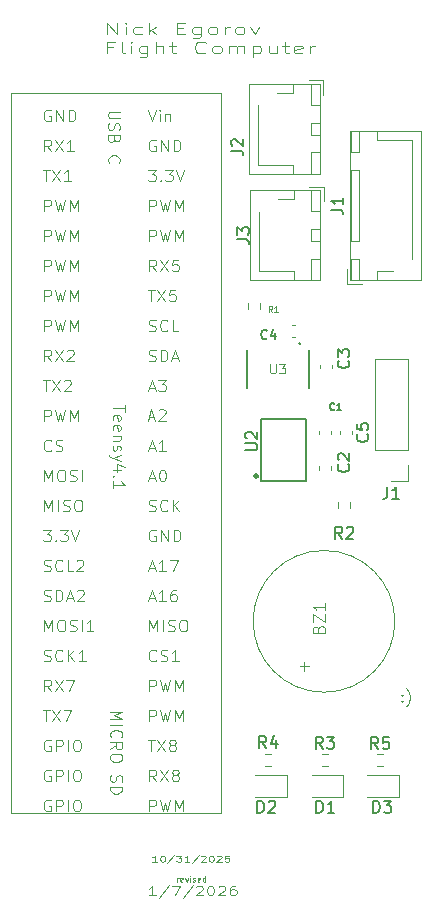
<source format=gbr>
%TF.GenerationSoftware,KiCad,Pcbnew,9.0.0*%
%TF.CreationDate,2026-01-12T14:03:56-05:00*%
%TF.ProjectId,nick_egorov_flight_computer,6e69636b-5f65-4676-9f72-6f765f666c69,rev?*%
%TF.SameCoordinates,Original*%
%TF.FileFunction,Legend,Top*%
%TF.FilePolarity,Positive*%
%FSLAX46Y46*%
G04 Gerber Fmt 4.6, Leading zero omitted, Abs format (unit mm)*
G04 Created by KiCad (PCBNEW 9.0.0) date 2026-01-12 14:03:56*
%MOMM*%
%LPD*%
G01*
G04 APERTURE LIST*
%ADD10C,0.050000*%
%ADD11C,0.100000*%
%ADD12C,0.150000*%
%ADD13C,0.125000*%
%ADD14C,0.120000*%
%ADD15C,0.127000*%
%ADD16C,0.304800*%
%ADD17C,0.152400*%
G04 APERTURE END LIST*
D10*
X112852650Y-140481851D02*
X112852650Y-140148518D01*
X112852650Y-140243756D02*
X112876460Y-140196137D01*
X112876460Y-140196137D02*
X112900269Y-140172327D01*
X112900269Y-140172327D02*
X112947888Y-140148518D01*
X112947888Y-140148518D02*
X112995507Y-140148518D01*
X113352650Y-140458042D02*
X113305031Y-140481851D01*
X113305031Y-140481851D02*
X113209793Y-140481851D01*
X113209793Y-140481851D02*
X113162174Y-140458042D01*
X113162174Y-140458042D02*
X113138365Y-140410422D01*
X113138365Y-140410422D02*
X113138365Y-140219946D01*
X113138365Y-140219946D02*
X113162174Y-140172327D01*
X113162174Y-140172327D02*
X113209793Y-140148518D01*
X113209793Y-140148518D02*
X113305031Y-140148518D01*
X113305031Y-140148518D02*
X113352650Y-140172327D01*
X113352650Y-140172327D02*
X113376460Y-140219946D01*
X113376460Y-140219946D02*
X113376460Y-140267565D01*
X113376460Y-140267565D02*
X113138365Y-140315184D01*
X113543126Y-140148518D02*
X113662174Y-140481851D01*
X113662174Y-140481851D02*
X113781221Y-140148518D01*
X113971697Y-140481851D02*
X113971697Y-140148518D01*
X113971697Y-139981851D02*
X113947888Y-140005661D01*
X113947888Y-140005661D02*
X113971697Y-140029470D01*
X113971697Y-140029470D02*
X113995507Y-140005661D01*
X113995507Y-140005661D02*
X113971697Y-139981851D01*
X113971697Y-139981851D02*
X113971697Y-140029470D01*
X114185983Y-140458042D02*
X114233602Y-140481851D01*
X114233602Y-140481851D02*
X114328840Y-140481851D01*
X114328840Y-140481851D02*
X114376459Y-140458042D01*
X114376459Y-140458042D02*
X114400268Y-140410422D01*
X114400268Y-140410422D02*
X114400268Y-140386613D01*
X114400268Y-140386613D02*
X114376459Y-140338994D01*
X114376459Y-140338994D02*
X114328840Y-140315184D01*
X114328840Y-140315184D02*
X114257411Y-140315184D01*
X114257411Y-140315184D02*
X114209792Y-140291375D01*
X114209792Y-140291375D02*
X114185983Y-140243756D01*
X114185983Y-140243756D02*
X114185983Y-140219946D01*
X114185983Y-140219946D02*
X114209792Y-140172327D01*
X114209792Y-140172327D02*
X114257411Y-140148518D01*
X114257411Y-140148518D02*
X114328840Y-140148518D01*
X114328840Y-140148518D02*
X114376459Y-140172327D01*
X114805030Y-140458042D02*
X114757411Y-140481851D01*
X114757411Y-140481851D02*
X114662173Y-140481851D01*
X114662173Y-140481851D02*
X114614554Y-140458042D01*
X114614554Y-140458042D02*
X114590745Y-140410422D01*
X114590745Y-140410422D02*
X114590745Y-140219946D01*
X114590745Y-140219946D02*
X114614554Y-140172327D01*
X114614554Y-140172327D02*
X114662173Y-140148518D01*
X114662173Y-140148518D02*
X114757411Y-140148518D01*
X114757411Y-140148518D02*
X114805030Y-140172327D01*
X114805030Y-140172327D02*
X114828840Y-140219946D01*
X114828840Y-140219946D02*
X114828840Y-140267565D01*
X114828840Y-140267565D02*
X114590745Y-140315184D01*
X115257411Y-140481851D02*
X115257411Y-139981851D01*
X115257411Y-140458042D02*
X115209792Y-140481851D01*
X115209792Y-140481851D02*
X115114554Y-140481851D01*
X115114554Y-140481851D02*
X115066935Y-140458042D01*
X115066935Y-140458042D02*
X115043125Y-140434232D01*
X115043125Y-140434232D02*
X115019316Y-140386613D01*
X115019316Y-140386613D02*
X115019316Y-140243756D01*
X115019316Y-140243756D02*
X115043125Y-140196137D01*
X115043125Y-140196137D02*
X115066935Y-140172327D01*
X115066935Y-140172327D02*
X115114554Y-140148518D01*
X115114554Y-140148518D02*
X115209792Y-140148518D01*
X115209792Y-140148518D02*
X115257411Y-140172327D01*
D11*
X111040063Y-141641495D02*
X110468635Y-141641495D01*
X110754349Y-141641495D02*
X110754349Y-140841495D01*
X110754349Y-140841495D02*
X110659111Y-140955780D01*
X110659111Y-140955780D02*
X110563873Y-141031971D01*
X110563873Y-141031971D02*
X110468635Y-141070066D01*
X112182920Y-140803400D02*
X111325778Y-141831971D01*
X112421016Y-140841495D02*
X113087682Y-140841495D01*
X113087682Y-140841495D02*
X112659111Y-141641495D01*
X114182920Y-140803400D02*
X113325778Y-141831971D01*
X114468635Y-140917685D02*
X114516254Y-140879590D01*
X114516254Y-140879590D02*
X114611492Y-140841495D01*
X114611492Y-140841495D02*
X114849587Y-140841495D01*
X114849587Y-140841495D02*
X114944825Y-140879590D01*
X114944825Y-140879590D02*
X114992444Y-140917685D01*
X114992444Y-140917685D02*
X115040063Y-140993876D01*
X115040063Y-140993876D02*
X115040063Y-141070066D01*
X115040063Y-141070066D02*
X114992444Y-141184352D01*
X114992444Y-141184352D02*
X114421016Y-141641495D01*
X114421016Y-141641495D02*
X115040063Y-141641495D01*
X115659111Y-140841495D02*
X115754349Y-140841495D01*
X115754349Y-140841495D02*
X115849587Y-140879590D01*
X115849587Y-140879590D02*
X115897206Y-140917685D01*
X115897206Y-140917685D02*
X115944825Y-140993876D01*
X115944825Y-140993876D02*
X115992444Y-141146257D01*
X115992444Y-141146257D02*
X115992444Y-141336733D01*
X115992444Y-141336733D02*
X115944825Y-141489114D01*
X115944825Y-141489114D02*
X115897206Y-141565304D01*
X115897206Y-141565304D02*
X115849587Y-141603400D01*
X115849587Y-141603400D02*
X115754349Y-141641495D01*
X115754349Y-141641495D02*
X115659111Y-141641495D01*
X115659111Y-141641495D02*
X115563873Y-141603400D01*
X115563873Y-141603400D02*
X115516254Y-141565304D01*
X115516254Y-141565304D02*
X115468635Y-141489114D01*
X115468635Y-141489114D02*
X115421016Y-141336733D01*
X115421016Y-141336733D02*
X115421016Y-141146257D01*
X115421016Y-141146257D02*
X115468635Y-140993876D01*
X115468635Y-140993876D02*
X115516254Y-140917685D01*
X115516254Y-140917685D02*
X115563873Y-140879590D01*
X115563873Y-140879590D02*
X115659111Y-140841495D01*
X116373397Y-140917685D02*
X116421016Y-140879590D01*
X116421016Y-140879590D02*
X116516254Y-140841495D01*
X116516254Y-140841495D02*
X116754349Y-140841495D01*
X116754349Y-140841495D02*
X116849587Y-140879590D01*
X116849587Y-140879590D02*
X116897206Y-140917685D01*
X116897206Y-140917685D02*
X116944825Y-140993876D01*
X116944825Y-140993876D02*
X116944825Y-141070066D01*
X116944825Y-141070066D02*
X116897206Y-141184352D01*
X116897206Y-141184352D02*
X116325778Y-141641495D01*
X116325778Y-141641495D02*
X116944825Y-141641495D01*
X117801968Y-140841495D02*
X117611492Y-140841495D01*
X117611492Y-140841495D02*
X117516254Y-140879590D01*
X117516254Y-140879590D02*
X117468635Y-140917685D01*
X117468635Y-140917685D02*
X117373397Y-141031971D01*
X117373397Y-141031971D02*
X117325778Y-141184352D01*
X117325778Y-141184352D02*
X117325778Y-141489114D01*
X117325778Y-141489114D02*
X117373397Y-141565304D01*
X117373397Y-141565304D02*
X117421016Y-141603400D01*
X117421016Y-141603400D02*
X117516254Y-141641495D01*
X117516254Y-141641495D02*
X117706730Y-141641495D01*
X117706730Y-141641495D02*
X117801968Y-141603400D01*
X117801968Y-141603400D02*
X117849587Y-141565304D01*
X117849587Y-141565304D02*
X117897206Y-141489114D01*
X117897206Y-141489114D02*
X117897206Y-141298638D01*
X117897206Y-141298638D02*
X117849587Y-141222447D01*
X117849587Y-141222447D02*
X117801968Y-141184352D01*
X117801968Y-141184352D02*
X117706730Y-141146257D01*
X117706730Y-141146257D02*
X117516254Y-141146257D01*
X117516254Y-141146257D02*
X117421016Y-141184352D01*
X117421016Y-141184352D02*
X117373397Y-141222447D01*
X117373397Y-141222447D02*
X117325778Y-141298638D01*
X111164776Y-138795842D02*
X110764776Y-138795842D01*
X110964776Y-138795842D02*
X110964776Y-138295842D01*
X110964776Y-138295842D02*
X110898109Y-138367271D01*
X110898109Y-138367271D02*
X110831443Y-138414890D01*
X110831443Y-138414890D02*
X110764776Y-138438699D01*
X111598110Y-138295842D02*
X111664776Y-138295842D01*
X111664776Y-138295842D02*
X111731443Y-138319652D01*
X111731443Y-138319652D02*
X111764776Y-138343461D01*
X111764776Y-138343461D02*
X111798110Y-138391080D01*
X111798110Y-138391080D02*
X111831443Y-138486318D01*
X111831443Y-138486318D02*
X111831443Y-138605366D01*
X111831443Y-138605366D02*
X111798110Y-138700604D01*
X111798110Y-138700604D02*
X111764776Y-138748223D01*
X111764776Y-138748223D02*
X111731443Y-138772033D01*
X111731443Y-138772033D02*
X111664776Y-138795842D01*
X111664776Y-138795842D02*
X111598110Y-138795842D01*
X111598110Y-138795842D02*
X111531443Y-138772033D01*
X111531443Y-138772033D02*
X111498110Y-138748223D01*
X111498110Y-138748223D02*
X111464776Y-138700604D01*
X111464776Y-138700604D02*
X111431443Y-138605366D01*
X111431443Y-138605366D02*
X111431443Y-138486318D01*
X111431443Y-138486318D02*
X111464776Y-138391080D01*
X111464776Y-138391080D02*
X111498110Y-138343461D01*
X111498110Y-138343461D02*
X111531443Y-138319652D01*
X111531443Y-138319652D02*
X111598110Y-138295842D01*
X112631443Y-138272033D02*
X112031443Y-138914890D01*
X112798110Y-138295842D02*
X113231443Y-138295842D01*
X113231443Y-138295842D02*
X112998110Y-138486318D01*
X112998110Y-138486318D02*
X113098110Y-138486318D01*
X113098110Y-138486318D02*
X113164776Y-138510128D01*
X113164776Y-138510128D02*
X113198110Y-138533937D01*
X113198110Y-138533937D02*
X113231443Y-138581556D01*
X113231443Y-138581556D02*
X113231443Y-138700604D01*
X113231443Y-138700604D02*
X113198110Y-138748223D01*
X113198110Y-138748223D02*
X113164776Y-138772033D01*
X113164776Y-138772033D02*
X113098110Y-138795842D01*
X113098110Y-138795842D02*
X112898110Y-138795842D01*
X112898110Y-138795842D02*
X112831443Y-138772033D01*
X112831443Y-138772033D02*
X112798110Y-138748223D01*
X113898110Y-138795842D02*
X113498110Y-138795842D01*
X113698110Y-138795842D02*
X113698110Y-138295842D01*
X113698110Y-138295842D02*
X113631443Y-138367271D01*
X113631443Y-138367271D02*
X113564777Y-138414890D01*
X113564777Y-138414890D02*
X113498110Y-138438699D01*
X114698110Y-138272033D02*
X114098110Y-138914890D01*
X114898110Y-138343461D02*
X114931443Y-138319652D01*
X114931443Y-138319652D02*
X114998110Y-138295842D01*
X114998110Y-138295842D02*
X115164777Y-138295842D01*
X115164777Y-138295842D02*
X115231443Y-138319652D01*
X115231443Y-138319652D02*
X115264777Y-138343461D01*
X115264777Y-138343461D02*
X115298110Y-138391080D01*
X115298110Y-138391080D02*
X115298110Y-138438699D01*
X115298110Y-138438699D02*
X115264777Y-138510128D01*
X115264777Y-138510128D02*
X114864777Y-138795842D01*
X114864777Y-138795842D02*
X115298110Y-138795842D01*
X115731444Y-138295842D02*
X115798110Y-138295842D01*
X115798110Y-138295842D02*
X115864777Y-138319652D01*
X115864777Y-138319652D02*
X115898110Y-138343461D01*
X115898110Y-138343461D02*
X115931444Y-138391080D01*
X115931444Y-138391080D02*
X115964777Y-138486318D01*
X115964777Y-138486318D02*
X115964777Y-138605366D01*
X115964777Y-138605366D02*
X115931444Y-138700604D01*
X115931444Y-138700604D02*
X115898110Y-138748223D01*
X115898110Y-138748223D02*
X115864777Y-138772033D01*
X115864777Y-138772033D02*
X115798110Y-138795842D01*
X115798110Y-138795842D02*
X115731444Y-138795842D01*
X115731444Y-138795842D02*
X115664777Y-138772033D01*
X115664777Y-138772033D02*
X115631444Y-138748223D01*
X115631444Y-138748223D02*
X115598110Y-138700604D01*
X115598110Y-138700604D02*
X115564777Y-138605366D01*
X115564777Y-138605366D02*
X115564777Y-138486318D01*
X115564777Y-138486318D02*
X115598110Y-138391080D01*
X115598110Y-138391080D02*
X115631444Y-138343461D01*
X115631444Y-138343461D02*
X115664777Y-138319652D01*
X115664777Y-138319652D02*
X115731444Y-138295842D01*
X116231444Y-138343461D02*
X116264777Y-138319652D01*
X116264777Y-138319652D02*
X116331444Y-138295842D01*
X116331444Y-138295842D02*
X116498111Y-138295842D01*
X116498111Y-138295842D02*
X116564777Y-138319652D01*
X116564777Y-138319652D02*
X116598111Y-138343461D01*
X116598111Y-138343461D02*
X116631444Y-138391080D01*
X116631444Y-138391080D02*
X116631444Y-138438699D01*
X116631444Y-138438699D02*
X116598111Y-138510128D01*
X116598111Y-138510128D02*
X116198111Y-138795842D01*
X116198111Y-138795842D02*
X116631444Y-138795842D01*
X117264778Y-138295842D02*
X116931444Y-138295842D01*
X116931444Y-138295842D02*
X116898111Y-138533937D01*
X116898111Y-138533937D02*
X116931444Y-138510128D01*
X116931444Y-138510128D02*
X116998111Y-138486318D01*
X116998111Y-138486318D02*
X117164778Y-138486318D01*
X117164778Y-138486318D02*
X117231444Y-138510128D01*
X117231444Y-138510128D02*
X117264778Y-138533937D01*
X117264778Y-138533937D02*
X117298111Y-138581556D01*
X117298111Y-138581556D02*
X117298111Y-138700604D01*
X117298111Y-138700604D02*
X117264778Y-138748223D01*
X117264778Y-138748223D02*
X117231444Y-138772033D01*
X117231444Y-138772033D02*
X117164778Y-138795842D01*
X117164778Y-138795842D02*
X116998111Y-138795842D01*
X116998111Y-138795842D02*
X116931444Y-138772033D01*
X116931444Y-138772033D02*
X116898111Y-138748223D01*
X131903884Y-125177180D02*
X131951503Y-125224800D01*
X131951503Y-125224800D02*
X131903884Y-125272419D01*
X131903884Y-125272419D02*
X131856265Y-125224800D01*
X131856265Y-125224800D02*
X131903884Y-125177180D01*
X131903884Y-125177180D02*
X131903884Y-125272419D01*
X131903884Y-124653371D02*
X131951503Y-124700990D01*
X131951503Y-124700990D02*
X131903884Y-124748609D01*
X131903884Y-124748609D02*
X131856265Y-124700990D01*
X131856265Y-124700990D02*
X131903884Y-124653371D01*
X131903884Y-124653371D02*
X131903884Y-124748609D01*
X132284836Y-125653371D02*
X132332455Y-125605752D01*
X132332455Y-125605752D02*
X132427693Y-125462895D01*
X132427693Y-125462895D02*
X132475312Y-125367657D01*
X132475312Y-125367657D02*
X132522931Y-125224800D01*
X132522931Y-125224800D02*
X132570550Y-124986704D01*
X132570550Y-124986704D02*
X132570550Y-124796228D01*
X132570550Y-124796228D02*
X132522931Y-124558133D01*
X132522931Y-124558133D02*
X132475312Y-124415276D01*
X132475312Y-124415276D02*
X132427693Y-124320038D01*
X132427693Y-124320038D02*
X132332455Y-124177180D01*
X132332455Y-124177180D02*
X132284836Y-124129561D01*
X106922931Y-68762475D02*
X106922931Y-67762475D01*
X106922931Y-67762475D02*
X107780074Y-68762475D01*
X107780074Y-68762475D02*
X107780074Y-67762475D01*
X108494360Y-68762475D02*
X108494360Y-68095808D01*
X108494360Y-67762475D02*
X108422932Y-67810094D01*
X108422932Y-67810094D02*
X108494360Y-67857713D01*
X108494360Y-67857713D02*
X108565789Y-67810094D01*
X108565789Y-67810094D02*
X108494360Y-67762475D01*
X108494360Y-67762475D02*
X108494360Y-67857713D01*
X109851504Y-68714856D02*
X109708646Y-68762475D01*
X109708646Y-68762475D02*
X109422932Y-68762475D01*
X109422932Y-68762475D02*
X109280075Y-68714856D01*
X109280075Y-68714856D02*
X109208646Y-68667236D01*
X109208646Y-68667236D02*
X109137218Y-68571998D01*
X109137218Y-68571998D02*
X109137218Y-68286284D01*
X109137218Y-68286284D02*
X109208646Y-68191046D01*
X109208646Y-68191046D02*
X109280075Y-68143427D01*
X109280075Y-68143427D02*
X109422932Y-68095808D01*
X109422932Y-68095808D02*
X109708646Y-68095808D01*
X109708646Y-68095808D02*
X109851504Y-68143427D01*
X110494360Y-68762475D02*
X110494360Y-67762475D01*
X110637218Y-68381522D02*
X111065789Y-68762475D01*
X111065789Y-68095808D02*
X110494360Y-68476760D01*
X112851503Y-68238665D02*
X113351503Y-68238665D01*
X113565789Y-68762475D02*
X112851503Y-68762475D01*
X112851503Y-68762475D02*
X112851503Y-67762475D01*
X112851503Y-67762475D02*
X113565789Y-67762475D01*
X114851504Y-68095808D02*
X114851504Y-68905332D01*
X114851504Y-68905332D02*
X114780075Y-69000570D01*
X114780075Y-69000570D02*
X114708646Y-69048189D01*
X114708646Y-69048189D02*
X114565789Y-69095808D01*
X114565789Y-69095808D02*
X114351504Y-69095808D01*
X114351504Y-69095808D02*
X114208646Y-69048189D01*
X114851504Y-68714856D02*
X114708646Y-68762475D01*
X114708646Y-68762475D02*
X114422932Y-68762475D01*
X114422932Y-68762475D02*
X114280075Y-68714856D01*
X114280075Y-68714856D02*
X114208646Y-68667236D01*
X114208646Y-68667236D02*
X114137218Y-68571998D01*
X114137218Y-68571998D02*
X114137218Y-68286284D01*
X114137218Y-68286284D02*
X114208646Y-68191046D01*
X114208646Y-68191046D02*
X114280075Y-68143427D01*
X114280075Y-68143427D02*
X114422932Y-68095808D01*
X114422932Y-68095808D02*
X114708646Y-68095808D01*
X114708646Y-68095808D02*
X114851504Y-68143427D01*
X115780075Y-68762475D02*
X115637218Y-68714856D01*
X115637218Y-68714856D02*
X115565789Y-68667236D01*
X115565789Y-68667236D02*
X115494361Y-68571998D01*
X115494361Y-68571998D02*
X115494361Y-68286284D01*
X115494361Y-68286284D02*
X115565789Y-68191046D01*
X115565789Y-68191046D02*
X115637218Y-68143427D01*
X115637218Y-68143427D02*
X115780075Y-68095808D01*
X115780075Y-68095808D02*
X115994361Y-68095808D01*
X115994361Y-68095808D02*
X116137218Y-68143427D01*
X116137218Y-68143427D02*
X116208647Y-68191046D01*
X116208647Y-68191046D02*
X116280075Y-68286284D01*
X116280075Y-68286284D02*
X116280075Y-68571998D01*
X116280075Y-68571998D02*
X116208647Y-68667236D01*
X116208647Y-68667236D02*
X116137218Y-68714856D01*
X116137218Y-68714856D02*
X115994361Y-68762475D01*
X115994361Y-68762475D02*
X115780075Y-68762475D01*
X116922932Y-68762475D02*
X116922932Y-68095808D01*
X116922932Y-68286284D02*
X116994361Y-68191046D01*
X116994361Y-68191046D02*
X117065790Y-68143427D01*
X117065790Y-68143427D02*
X117208647Y-68095808D01*
X117208647Y-68095808D02*
X117351504Y-68095808D01*
X118065789Y-68762475D02*
X117922932Y-68714856D01*
X117922932Y-68714856D02*
X117851503Y-68667236D01*
X117851503Y-68667236D02*
X117780075Y-68571998D01*
X117780075Y-68571998D02*
X117780075Y-68286284D01*
X117780075Y-68286284D02*
X117851503Y-68191046D01*
X117851503Y-68191046D02*
X117922932Y-68143427D01*
X117922932Y-68143427D02*
X118065789Y-68095808D01*
X118065789Y-68095808D02*
X118280075Y-68095808D01*
X118280075Y-68095808D02*
X118422932Y-68143427D01*
X118422932Y-68143427D02*
X118494361Y-68191046D01*
X118494361Y-68191046D02*
X118565789Y-68286284D01*
X118565789Y-68286284D02*
X118565789Y-68571998D01*
X118565789Y-68571998D02*
X118494361Y-68667236D01*
X118494361Y-68667236D02*
X118422932Y-68714856D01*
X118422932Y-68714856D02*
X118280075Y-68762475D01*
X118280075Y-68762475D02*
X118065789Y-68762475D01*
X119065789Y-68095808D02*
X119422932Y-68762475D01*
X119422932Y-68762475D02*
X119780075Y-68095808D01*
X107422931Y-69848609D02*
X106922931Y-69848609D01*
X106922931Y-70372419D02*
X106922931Y-69372419D01*
X106922931Y-69372419D02*
X107637217Y-69372419D01*
X108422931Y-70372419D02*
X108280074Y-70324800D01*
X108280074Y-70324800D02*
X108208645Y-70229561D01*
X108208645Y-70229561D02*
X108208645Y-69372419D01*
X108994359Y-70372419D02*
X108994359Y-69705752D01*
X108994359Y-69372419D02*
X108922931Y-69420038D01*
X108922931Y-69420038D02*
X108994359Y-69467657D01*
X108994359Y-69467657D02*
X109065788Y-69420038D01*
X109065788Y-69420038D02*
X108994359Y-69372419D01*
X108994359Y-69372419D02*
X108994359Y-69467657D01*
X110351503Y-69705752D02*
X110351503Y-70515276D01*
X110351503Y-70515276D02*
X110280074Y-70610514D01*
X110280074Y-70610514D02*
X110208645Y-70658133D01*
X110208645Y-70658133D02*
X110065788Y-70705752D01*
X110065788Y-70705752D02*
X109851503Y-70705752D01*
X109851503Y-70705752D02*
X109708645Y-70658133D01*
X110351503Y-70324800D02*
X110208645Y-70372419D01*
X110208645Y-70372419D02*
X109922931Y-70372419D01*
X109922931Y-70372419D02*
X109780074Y-70324800D01*
X109780074Y-70324800D02*
X109708645Y-70277180D01*
X109708645Y-70277180D02*
X109637217Y-70181942D01*
X109637217Y-70181942D02*
X109637217Y-69896228D01*
X109637217Y-69896228D02*
X109708645Y-69800990D01*
X109708645Y-69800990D02*
X109780074Y-69753371D01*
X109780074Y-69753371D02*
X109922931Y-69705752D01*
X109922931Y-69705752D02*
X110208645Y-69705752D01*
X110208645Y-69705752D02*
X110351503Y-69753371D01*
X111065788Y-70372419D02*
X111065788Y-69372419D01*
X111708646Y-70372419D02*
X111708646Y-69848609D01*
X111708646Y-69848609D02*
X111637217Y-69753371D01*
X111637217Y-69753371D02*
X111494360Y-69705752D01*
X111494360Y-69705752D02*
X111280074Y-69705752D01*
X111280074Y-69705752D02*
X111137217Y-69753371D01*
X111137217Y-69753371D02*
X111065788Y-69800990D01*
X112208646Y-69705752D02*
X112780074Y-69705752D01*
X112422931Y-69372419D02*
X112422931Y-70229561D01*
X112422931Y-70229561D02*
X112494360Y-70324800D01*
X112494360Y-70324800D02*
X112637217Y-70372419D01*
X112637217Y-70372419D02*
X112780074Y-70372419D01*
X115280074Y-70277180D02*
X115208646Y-70324800D01*
X115208646Y-70324800D02*
X114994360Y-70372419D01*
X114994360Y-70372419D02*
X114851503Y-70372419D01*
X114851503Y-70372419D02*
X114637217Y-70324800D01*
X114637217Y-70324800D02*
X114494360Y-70229561D01*
X114494360Y-70229561D02*
X114422931Y-70134323D01*
X114422931Y-70134323D02*
X114351503Y-69943847D01*
X114351503Y-69943847D02*
X114351503Y-69800990D01*
X114351503Y-69800990D02*
X114422931Y-69610514D01*
X114422931Y-69610514D02*
X114494360Y-69515276D01*
X114494360Y-69515276D02*
X114637217Y-69420038D01*
X114637217Y-69420038D02*
X114851503Y-69372419D01*
X114851503Y-69372419D02*
X114994360Y-69372419D01*
X114994360Y-69372419D02*
X115208646Y-69420038D01*
X115208646Y-69420038D02*
X115280074Y-69467657D01*
X116137217Y-70372419D02*
X115994360Y-70324800D01*
X115994360Y-70324800D02*
X115922931Y-70277180D01*
X115922931Y-70277180D02*
X115851503Y-70181942D01*
X115851503Y-70181942D02*
X115851503Y-69896228D01*
X115851503Y-69896228D02*
X115922931Y-69800990D01*
X115922931Y-69800990D02*
X115994360Y-69753371D01*
X115994360Y-69753371D02*
X116137217Y-69705752D01*
X116137217Y-69705752D02*
X116351503Y-69705752D01*
X116351503Y-69705752D02*
X116494360Y-69753371D01*
X116494360Y-69753371D02*
X116565789Y-69800990D01*
X116565789Y-69800990D02*
X116637217Y-69896228D01*
X116637217Y-69896228D02*
X116637217Y-70181942D01*
X116637217Y-70181942D02*
X116565789Y-70277180D01*
X116565789Y-70277180D02*
X116494360Y-70324800D01*
X116494360Y-70324800D02*
X116351503Y-70372419D01*
X116351503Y-70372419D02*
X116137217Y-70372419D01*
X117280074Y-70372419D02*
X117280074Y-69705752D01*
X117280074Y-69800990D02*
X117351503Y-69753371D01*
X117351503Y-69753371D02*
X117494360Y-69705752D01*
X117494360Y-69705752D02*
X117708646Y-69705752D01*
X117708646Y-69705752D02*
X117851503Y-69753371D01*
X117851503Y-69753371D02*
X117922932Y-69848609D01*
X117922932Y-69848609D02*
X117922932Y-70372419D01*
X117922932Y-69848609D02*
X117994360Y-69753371D01*
X117994360Y-69753371D02*
X118137217Y-69705752D01*
X118137217Y-69705752D02*
X118351503Y-69705752D01*
X118351503Y-69705752D02*
X118494360Y-69753371D01*
X118494360Y-69753371D02*
X118565789Y-69848609D01*
X118565789Y-69848609D02*
X118565789Y-70372419D01*
X119280074Y-69705752D02*
X119280074Y-70705752D01*
X119280074Y-69753371D02*
X119422932Y-69705752D01*
X119422932Y-69705752D02*
X119708646Y-69705752D01*
X119708646Y-69705752D02*
X119851503Y-69753371D01*
X119851503Y-69753371D02*
X119922932Y-69800990D01*
X119922932Y-69800990D02*
X119994360Y-69896228D01*
X119994360Y-69896228D02*
X119994360Y-70181942D01*
X119994360Y-70181942D02*
X119922932Y-70277180D01*
X119922932Y-70277180D02*
X119851503Y-70324800D01*
X119851503Y-70324800D02*
X119708646Y-70372419D01*
X119708646Y-70372419D02*
X119422932Y-70372419D01*
X119422932Y-70372419D02*
X119280074Y-70324800D01*
X121280075Y-69705752D02*
X121280075Y-70372419D01*
X120637217Y-69705752D02*
X120637217Y-70229561D01*
X120637217Y-70229561D02*
X120708646Y-70324800D01*
X120708646Y-70324800D02*
X120851503Y-70372419D01*
X120851503Y-70372419D02*
X121065789Y-70372419D01*
X121065789Y-70372419D02*
X121208646Y-70324800D01*
X121208646Y-70324800D02*
X121280075Y-70277180D01*
X121780075Y-69705752D02*
X122351503Y-69705752D01*
X121994360Y-69372419D02*
X121994360Y-70229561D01*
X121994360Y-70229561D02*
X122065789Y-70324800D01*
X122065789Y-70324800D02*
X122208646Y-70372419D01*
X122208646Y-70372419D02*
X122351503Y-70372419D01*
X123422932Y-70324800D02*
X123280075Y-70372419D01*
X123280075Y-70372419D02*
X122994361Y-70372419D01*
X122994361Y-70372419D02*
X122851503Y-70324800D01*
X122851503Y-70324800D02*
X122780075Y-70229561D01*
X122780075Y-70229561D02*
X122780075Y-69848609D01*
X122780075Y-69848609D02*
X122851503Y-69753371D01*
X122851503Y-69753371D02*
X122994361Y-69705752D01*
X122994361Y-69705752D02*
X123280075Y-69705752D01*
X123280075Y-69705752D02*
X123422932Y-69753371D01*
X123422932Y-69753371D02*
X123494361Y-69848609D01*
X123494361Y-69848609D02*
X123494361Y-69943847D01*
X123494361Y-69943847D02*
X122780075Y-70039085D01*
X124137217Y-70372419D02*
X124137217Y-69705752D01*
X124137217Y-69896228D02*
X124208646Y-69800990D01*
X124208646Y-69800990D02*
X124280075Y-69753371D01*
X124280075Y-69753371D02*
X124422932Y-69705752D01*
X124422932Y-69705752D02*
X124565789Y-69705752D01*
D12*
X128972080Y-102616666D02*
X129019700Y-102664285D01*
X129019700Y-102664285D02*
X129067319Y-102807142D01*
X129067319Y-102807142D02*
X129067319Y-102902380D01*
X129067319Y-102902380D02*
X129019700Y-103045237D01*
X129019700Y-103045237D02*
X128924461Y-103140475D01*
X128924461Y-103140475D02*
X128829223Y-103188094D01*
X128829223Y-103188094D02*
X128638747Y-103235713D01*
X128638747Y-103235713D02*
X128495890Y-103235713D01*
X128495890Y-103235713D02*
X128305414Y-103188094D01*
X128305414Y-103188094D02*
X128210176Y-103140475D01*
X128210176Y-103140475D02*
X128114938Y-103045237D01*
X128114938Y-103045237D02*
X128067319Y-102902380D01*
X128067319Y-102902380D02*
X128067319Y-102807142D01*
X128067319Y-102807142D02*
X128114938Y-102664285D01*
X128114938Y-102664285D02*
X128162557Y-102616666D01*
X128067319Y-101711904D02*
X128067319Y-102188094D01*
X128067319Y-102188094D02*
X128543509Y-102235713D01*
X128543509Y-102235713D02*
X128495890Y-102188094D01*
X128495890Y-102188094D02*
X128448271Y-102092856D01*
X128448271Y-102092856D02*
X128448271Y-101854761D01*
X128448271Y-101854761D02*
X128495890Y-101759523D01*
X128495890Y-101759523D02*
X128543509Y-101711904D01*
X128543509Y-101711904D02*
X128638747Y-101664285D01*
X128638747Y-101664285D02*
X128876842Y-101664285D01*
X128876842Y-101664285D02*
X128972080Y-101711904D01*
X128972080Y-101711904D02*
X129019700Y-101759523D01*
X129019700Y-101759523D02*
X129067319Y-101854761D01*
X129067319Y-101854761D02*
X129067319Y-102092856D01*
X129067319Y-102092856D02*
X129019700Y-102188094D01*
X129019700Y-102188094D02*
X128972080Y-102235713D01*
X129883333Y-129254819D02*
X129550000Y-128778628D01*
X129311905Y-129254819D02*
X129311905Y-128254819D01*
X129311905Y-128254819D02*
X129692857Y-128254819D01*
X129692857Y-128254819D02*
X129788095Y-128302438D01*
X129788095Y-128302438D02*
X129835714Y-128350057D01*
X129835714Y-128350057D02*
X129883333Y-128445295D01*
X129883333Y-128445295D02*
X129883333Y-128588152D01*
X129883333Y-128588152D02*
X129835714Y-128683390D01*
X129835714Y-128683390D02*
X129788095Y-128731009D01*
X129788095Y-128731009D02*
X129692857Y-128778628D01*
X129692857Y-128778628D02*
X129311905Y-128778628D01*
X130788095Y-128254819D02*
X130311905Y-128254819D01*
X130311905Y-128254819D02*
X130264286Y-128731009D01*
X130264286Y-128731009D02*
X130311905Y-128683390D01*
X130311905Y-128683390D02*
X130407143Y-128635771D01*
X130407143Y-128635771D02*
X130645238Y-128635771D01*
X130645238Y-128635771D02*
X130740476Y-128683390D01*
X130740476Y-128683390D02*
X130788095Y-128731009D01*
X130788095Y-128731009D02*
X130835714Y-128826247D01*
X130835714Y-128826247D02*
X130835714Y-129064342D01*
X130835714Y-129064342D02*
X130788095Y-129159580D01*
X130788095Y-129159580D02*
X130740476Y-129207200D01*
X130740476Y-129207200D02*
X130645238Y-129254819D01*
X130645238Y-129254819D02*
X130407143Y-129254819D01*
X130407143Y-129254819D02*
X130311905Y-129207200D01*
X130311905Y-129207200D02*
X130264286Y-129159580D01*
X124661905Y-134654819D02*
X124661905Y-133654819D01*
X124661905Y-133654819D02*
X124900000Y-133654819D01*
X124900000Y-133654819D02*
X125042857Y-133702438D01*
X125042857Y-133702438D02*
X125138095Y-133797676D01*
X125138095Y-133797676D02*
X125185714Y-133892914D01*
X125185714Y-133892914D02*
X125233333Y-134083390D01*
X125233333Y-134083390D02*
X125233333Y-134226247D01*
X125233333Y-134226247D02*
X125185714Y-134416723D01*
X125185714Y-134416723D02*
X125138095Y-134511961D01*
X125138095Y-134511961D02*
X125042857Y-134607200D01*
X125042857Y-134607200D02*
X124900000Y-134654819D01*
X124900000Y-134654819D02*
X124661905Y-134654819D01*
X126185714Y-134654819D02*
X125614286Y-134654819D01*
X125900000Y-134654819D02*
X125900000Y-133654819D01*
X125900000Y-133654819D02*
X125804762Y-133797676D01*
X125804762Y-133797676D02*
X125709524Y-133892914D01*
X125709524Y-133892914D02*
X125614286Y-133940533D01*
X118654278Y-103962672D02*
X119464617Y-103962672D01*
X119464617Y-103962672D02*
X119559951Y-103915005D01*
X119559951Y-103915005D02*
X119607619Y-103867338D01*
X119607619Y-103867338D02*
X119655286Y-103772004D01*
X119655286Y-103772004D02*
X119655286Y-103581336D01*
X119655286Y-103581336D02*
X119607619Y-103486002D01*
X119607619Y-103486002D02*
X119559951Y-103438335D01*
X119559951Y-103438335D02*
X119464617Y-103390668D01*
X119464617Y-103390668D02*
X118654278Y-103390668D01*
X118749612Y-102961664D02*
X118701945Y-102913997D01*
X118701945Y-102913997D02*
X118654278Y-102818663D01*
X118654278Y-102818663D02*
X118654278Y-102580328D01*
X118654278Y-102580328D02*
X118701945Y-102484994D01*
X118701945Y-102484994D02*
X118749612Y-102437327D01*
X118749612Y-102437327D02*
X118844946Y-102389660D01*
X118844946Y-102389660D02*
X118940280Y-102389660D01*
X118940280Y-102389660D02*
X119083281Y-102437327D01*
X119083281Y-102437327D02*
X119655286Y-103009331D01*
X119655286Y-103009331D02*
X119655286Y-102389660D01*
X130666666Y-107054819D02*
X130666666Y-107769104D01*
X130666666Y-107769104D02*
X130619047Y-107911961D01*
X130619047Y-107911961D02*
X130523809Y-108007200D01*
X130523809Y-108007200D02*
X130380952Y-108054819D01*
X130380952Y-108054819D02*
X130285714Y-108054819D01*
X131666666Y-108054819D02*
X131095238Y-108054819D01*
X131380952Y-108054819D02*
X131380952Y-107054819D01*
X131380952Y-107054819D02*
X131285714Y-107197676D01*
X131285714Y-107197676D02*
X131190476Y-107292914D01*
X131190476Y-107292914D02*
X131095238Y-107340533D01*
X119661905Y-134654819D02*
X119661905Y-133654819D01*
X119661905Y-133654819D02*
X119900000Y-133654819D01*
X119900000Y-133654819D02*
X120042857Y-133702438D01*
X120042857Y-133702438D02*
X120138095Y-133797676D01*
X120138095Y-133797676D02*
X120185714Y-133892914D01*
X120185714Y-133892914D02*
X120233333Y-134083390D01*
X120233333Y-134083390D02*
X120233333Y-134226247D01*
X120233333Y-134226247D02*
X120185714Y-134416723D01*
X120185714Y-134416723D02*
X120138095Y-134511961D01*
X120138095Y-134511961D02*
X120042857Y-134607200D01*
X120042857Y-134607200D02*
X119900000Y-134654819D01*
X119900000Y-134654819D02*
X119661905Y-134654819D01*
X120614286Y-133750057D02*
X120661905Y-133702438D01*
X120661905Y-133702438D02*
X120757143Y-133654819D01*
X120757143Y-133654819D02*
X120995238Y-133654819D01*
X120995238Y-133654819D02*
X121090476Y-133702438D01*
X121090476Y-133702438D02*
X121138095Y-133750057D01*
X121138095Y-133750057D02*
X121185714Y-133845295D01*
X121185714Y-133845295D02*
X121185714Y-133940533D01*
X121185714Y-133940533D02*
X121138095Y-134083390D01*
X121138095Y-134083390D02*
X120566667Y-134654819D01*
X120566667Y-134654819D02*
X121185714Y-134654819D01*
X125904819Y-83583333D02*
X126619104Y-83583333D01*
X126619104Y-83583333D02*
X126761961Y-83630952D01*
X126761961Y-83630952D02*
X126857200Y-83726190D01*
X126857200Y-83726190D02*
X126904819Y-83869047D01*
X126904819Y-83869047D02*
X126904819Y-83964285D01*
X126904819Y-82583333D02*
X126904819Y-83154761D01*
X126904819Y-82869047D02*
X125904819Y-82869047D01*
X125904819Y-82869047D02*
X126047676Y-82964285D01*
X126047676Y-82964285D02*
X126142914Y-83059523D01*
X126142914Y-83059523D02*
X126190533Y-83154761D01*
X129461905Y-134654819D02*
X129461905Y-133654819D01*
X129461905Y-133654819D02*
X129700000Y-133654819D01*
X129700000Y-133654819D02*
X129842857Y-133702438D01*
X129842857Y-133702438D02*
X129938095Y-133797676D01*
X129938095Y-133797676D02*
X129985714Y-133892914D01*
X129985714Y-133892914D02*
X130033333Y-134083390D01*
X130033333Y-134083390D02*
X130033333Y-134226247D01*
X130033333Y-134226247D02*
X129985714Y-134416723D01*
X129985714Y-134416723D02*
X129938095Y-134511961D01*
X129938095Y-134511961D02*
X129842857Y-134607200D01*
X129842857Y-134607200D02*
X129700000Y-134654819D01*
X129700000Y-134654819D02*
X129461905Y-134654819D01*
X130366667Y-133654819D02*
X130985714Y-133654819D01*
X130985714Y-133654819D02*
X130652381Y-134035771D01*
X130652381Y-134035771D02*
X130795238Y-134035771D01*
X130795238Y-134035771D02*
X130890476Y-134083390D01*
X130890476Y-134083390D02*
X130938095Y-134131009D01*
X130938095Y-134131009D02*
X130985714Y-134226247D01*
X130985714Y-134226247D02*
X130985714Y-134464342D01*
X130985714Y-134464342D02*
X130938095Y-134559580D01*
X130938095Y-134559580D02*
X130890476Y-134607200D01*
X130890476Y-134607200D02*
X130795238Y-134654819D01*
X130795238Y-134654819D02*
X130509524Y-134654819D01*
X130509524Y-134654819D02*
X130414286Y-134607200D01*
X130414286Y-134607200D02*
X130366667Y-134559580D01*
D13*
X120765476Y-96660295D02*
X120765476Y-97307914D01*
X120765476Y-97307914D02*
X120803571Y-97384104D01*
X120803571Y-97384104D02*
X120841666Y-97422200D01*
X120841666Y-97422200D02*
X120917857Y-97460295D01*
X120917857Y-97460295D02*
X121070238Y-97460295D01*
X121070238Y-97460295D02*
X121146428Y-97422200D01*
X121146428Y-97422200D02*
X121184523Y-97384104D01*
X121184523Y-97384104D02*
X121222619Y-97307914D01*
X121222619Y-97307914D02*
X121222619Y-96660295D01*
X121527380Y-96660295D02*
X122022618Y-96660295D01*
X122022618Y-96660295D02*
X121755952Y-96965057D01*
X121755952Y-96965057D02*
X121870237Y-96965057D01*
X121870237Y-96965057D02*
X121946428Y-97003152D01*
X121946428Y-97003152D02*
X121984523Y-97041247D01*
X121984523Y-97041247D02*
X122022618Y-97117438D01*
X122022618Y-97117438D02*
X122022618Y-97307914D01*
X122022618Y-97307914D02*
X121984523Y-97384104D01*
X121984523Y-97384104D02*
X121946428Y-97422200D01*
X121946428Y-97422200D02*
X121870237Y-97460295D01*
X121870237Y-97460295D02*
X121641666Y-97460295D01*
X121641666Y-97460295D02*
X121565475Y-97422200D01*
X121565475Y-97422200D02*
X121527380Y-97384104D01*
X120916666Y-92237067D02*
X120750000Y-91998972D01*
X120630952Y-92237067D02*
X120630952Y-91737067D01*
X120630952Y-91737067D02*
X120821428Y-91737067D01*
X120821428Y-91737067D02*
X120869047Y-91760877D01*
X120869047Y-91760877D02*
X120892857Y-91784686D01*
X120892857Y-91784686D02*
X120916666Y-91832305D01*
X120916666Y-91832305D02*
X120916666Y-91903734D01*
X120916666Y-91903734D02*
X120892857Y-91951353D01*
X120892857Y-91951353D02*
X120869047Y-91975162D01*
X120869047Y-91975162D02*
X120821428Y-91998972D01*
X120821428Y-91998972D02*
X120630952Y-91998972D01*
X121392857Y-92237067D02*
X121107143Y-92237067D01*
X121250000Y-92237067D02*
X121250000Y-91737067D01*
X121250000Y-91737067D02*
X121202381Y-91808496D01*
X121202381Y-91808496D02*
X121154762Y-91856115D01*
X121154762Y-91856115D02*
X121107143Y-91879924D01*
D12*
X117454819Y-78608333D02*
X118169104Y-78608333D01*
X118169104Y-78608333D02*
X118311961Y-78655952D01*
X118311961Y-78655952D02*
X118407200Y-78751190D01*
X118407200Y-78751190D02*
X118454819Y-78894047D01*
X118454819Y-78894047D02*
X118454819Y-78989285D01*
X117550057Y-78179761D02*
X117502438Y-78132142D01*
X117502438Y-78132142D02*
X117454819Y-78036904D01*
X117454819Y-78036904D02*
X117454819Y-77798809D01*
X117454819Y-77798809D02*
X117502438Y-77703571D01*
X117502438Y-77703571D02*
X117550057Y-77655952D01*
X117550057Y-77655952D02*
X117645295Y-77608333D01*
X117645295Y-77608333D02*
X117740533Y-77608333D01*
X117740533Y-77608333D02*
X117883390Y-77655952D01*
X117883390Y-77655952D02*
X118454819Y-78227380D01*
X118454819Y-78227380D02*
X118454819Y-77608333D01*
X117954819Y-86083333D02*
X118669104Y-86083333D01*
X118669104Y-86083333D02*
X118811961Y-86130952D01*
X118811961Y-86130952D02*
X118907200Y-86226190D01*
X118907200Y-86226190D02*
X118954819Y-86369047D01*
X118954819Y-86369047D02*
X118954819Y-86464285D01*
X117954819Y-85702380D02*
X117954819Y-85083333D01*
X117954819Y-85083333D02*
X118335771Y-85416666D01*
X118335771Y-85416666D02*
X118335771Y-85273809D01*
X118335771Y-85273809D02*
X118383390Y-85178571D01*
X118383390Y-85178571D02*
X118431009Y-85130952D01*
X118431009Y-85130952D02*
X118526247Y-85083333D01*
X118526247Y-85083333D02*
X118764342Y-85083333D01*
X118764342Y-85083333D02*
X118859580Y-85130952D01*
X118859580Y-85130952D02*
X118907200Y-85178571D01*
X118907200Y-85178571D02*
X118954819Y-85273809D01*
X118954819Y-85273809D02*
X118954819Y-85559523D01*
X118954819Y-85559523D02*
X118907200Y-85654761D01*
X118907200Y-85654761D02*
X118859580Y-85702380D01*
D11*
X124833609Y-119080952D02*
X124881228Y-118938095D01*
X124881228Y-118938095D02*
X124928847Y-118890476D01*
X124928847Y-118890476D02*
X125024085Y-118842857D01*
X125024085Y-118842857D02*
X125166942Y-118842857D01*
X125166942Y-118842857D02*
X125262180Y-118890476D01*
X125262180Y-118890476D02*
X125309800Y-118938095D01*
X125309800Y-118938095D02*
X125357419Y-119033333D01*
X125357419Y-119033333D02*
X125357419Y-119414285D01*
X125357419Y-119414285D02*
X124357419Y-119414285D01*
X124357419Y-119414285D02*
X124357419Y-119080952D01*
X124357419Y-119080952D02*
X124405038Y-118985714D01*
X124405038Y-118985714D02*
X124452657Y-118938095D01*
X124452657Y-118938095D02*
X124547895Y-118890476D01*
X124547895Y-118890476D02*
X124643133Y-118890476D01*
X124643133Y-118890476D02*
X124738371Y-118938095D01*
X124738371Y-118938095D02*
X124785990Y-118985714D01*
X124785990Y-118985714D02*
X124833609Y-119080952D01*
X124833609Y-119080952D02*
X124833609Y-119414285D01*
X124357419Y-118509523D02*
X124357419Y-117842857D01*
X124357419Y-117842857D02*
X125357419Y-118509523D01*
X125357419Y-118509523D02*
X125357419Y-117842857D01*
X125357419Y-116938095D02*
X125357419Y-117509523D01*
X125357419Y-117223809D02*
X124357419Y-117223809D01*
X124357419Y-117223809D02*
X124500276Y-117319047D01*
X124500276Y-117319047D02*
X124595514Y-117414285D01*
X124595514Y-117414285D02*
X124643133Y-117509523D01*
X123641466Y-122646115D02*
X123641466Y-121884211D01*
X124022419Y-122265163D02*
X123260514Y-122265163D01*
D12*
X127359580Y-96366666D02*
X127407200Y-96414285D01*
X127407200Y-96414285D02*
X127454819Y-96557142D01*
X127454819Y-96557142D02*
X127454819Y-96652380D01*
X127454819Y-96652380D02*
X127407200Y-96795237D01*
X127407200Y-96795237D02*
X127311961Y-96890475D01*
X127311961Y-96890475D02*
X127216723Y-96938094D01*
X127216723Y-96938094D02*
X127026247Y-96985713D01*
X127026247Y-96985713D02*
X126883390Y-96985713D01*
X126883390Y-96985713D02*
X126692914Y-96938094D01*
X126692914Y-96938094D02*
X126597676Y-96890475D01*
X126597676Y-96890475D02*
X126502438Y-96795237D01*
X126502438Y-96795237D02*
X126454819Y-96652380D01*
X126454819Y-96652380D02*
X126454819Y-96557142D01*
X126454819Y-96557142D02*
X126502438Y-96414285D01*
X126502438Y-96414285D02*
X126550057Y-96366666D01*
X126454819Y-96033332D02*
X126454819Y-95414285D01*
X126454819Y-95414285D02*
X126835771Y-95747618D01*
X126835771Y-95747618D02*
X126835771Y-95604761D01*
X126835771Y-95604761D02*
X126883390Y-95509523D01*
X126883390Y-95509523D02*
X126931009Y-95461904D01*
X126931009Y-95461904D02*
X127026247Y-95414285D01*
X127026247Y-95414285D02*
X127264342Y-95414285D01*
X127264342Y-95414285D02*
X127359580Y-95461904D01*
X127359580Y-95461904D02*
X127407200Y-95509523D01*
X127407200Y-95509523D02*
X127454819Y-95604761D01*
X127454819Y-95604761D02*
X127454819Y-95890475D01*
X127454819Y-95890475D02*
X127407200Y-95985713D01*
X127407200Y-95985713D02*
X127359580Y-96033332D01*
D11*
X108422580Y-100118571D02*
X108422580Y-100689999D01*
X107422580Y-100404285D02*
X108422580Y-100404285D01*
X107470200Y-101404285D02*
X107422580Y-101309047D01*
X107422580Y-101309047D02*
X107422580Y-101118571D01*
X107422580Y-101118571D02*
X107470200Y-101023333D01*
X107470200Y-101023333D02*
X107565438Y-100975714D01*
X107565438Y-100975714D02*
X107946390Y-100975714D01*
X107946390Y-100975714D02*
X108041628Y-101023333D01*
X108041628Y-101023333D02*
X108089247Y-101118571D01*
X108089247Y-101118571D02*
X108089247Y-101309047D01*
X108089247Y-101309047D02*
X108041628Y-101404285D01*
X108041628Y-101404285D02*
X107946390Y-101451904D01*
X107946390Y-101451904D02*
X107851152Y-101451904D01*
X107851152Y-101451904D02*
X107755914Y-100975714D01*
X107470200Y-102261428D02*
X107422580Y-102166190D01*
X107422580Y-102166190D02*
X107422580Y-101975714D01*
X107422580Y-101975714D02*
X107470200Y-101880476D01*
X107470200Y-101880476D02*
X107565438Y-101832857D01*
X107565438Y-101832857D02*
X107946390Y-101832857D01*
X107946390Y-101832857D02*
X108041628Y-101880476D01*
X108041628Y-101880476D02*
X108089247Y-101975714D01*
X108089247Y-101975714D02*
X108089247Y-102166190D01*
X108089247Y-102166190D02*
X108041628Y-102261428D01*
X108041628Y-102261428D02*
X107946390Y-102309047D01*
X107946390Y-102309047D02*
X107851152Y-102309047D01*
X107851152Y-102309047D02*
X107755914Y-101832857D01*
X108089247Y-102737619D02*
X107422580Y-102737619D01*
X107994009Y-102737619D02*
X108041628Y-102785238D01*
X108041628Y-102785238D02*
X108089247Y-102880476D01*
X108089247Y-102880476D02*
X108089247Y-103023333D01*
X108089247Y-103023333D02*
X108041628Y-103118571D01*
X108041628Y-103118571D02*
X107946390Y-103166190D01*
X107946390Y-103166190D02*
X107422580Y-103166190D01*
X107470200Y-103594762D02*
X107422580Y-103690000D01*
X107422580Y-103690000D02*
X107422580Y-103880476D01*
X107422580Y-103880476D02*
X107470200Y-103975714D01*
X107470200Y-103975714D02*
X107565438Y-104023333D01*
X107565438Y-104023333D02*
X107613057Y-104023333D01*
X107613057Y-104023333D02*
X107708295Y-103975714D01*
X107708295Y-103975714D02*
X107755914Y-103880476D01*
X107755914Y-103880476D02*
X107755914Y-103737619D01*
X107755914Y-103737619D02*
X107803533Y-103642381D01*
X107803533Y-103642381D02*
X107898771Y-103594762D01*
X107898771Y-103594762D02*
X107946390Y-103594762D01*
X107946390Y-103594762D02*
X108041628Y-103642381D01*
X108041628Y-103642381D02*
X108089247Y-103737619D01*
X108089247Y-103737619D02*
X108089247Y-103880476D01*
X108089247Y-103880476D02*
X108041628Y-103975714D01*
X108089247Y-104356667D02*
X107422580Y-104594762D01*
X108089247Y-104832857D02*
X107422580Y-104594762D01*
X107422580Y-104594762D02*
X107184485Y-104499524D01*
X107184485Y-104499524D02*
X107136866Y-104451905D01*
X107136866Y-104451905D02*
X107089247Y-104356667D01*
X108089247Y-105642381D02*
X107422580Y-105642381D01*
X108470200Y-105404286D02*
X107755914Y-105166191D01*
X107755914Y-105166191D02*
X107755914Y-105785238D01*
X107517819Y-106166191D02*
X107470200Y-106213810D01*
X107470200Y-106213810D02*
X107422580Y-106166191D01*
X107422580Y-106166191D02*
X107470200Y-106118572D01*
X107470200Y-106118572D02*
X107517819Y-106166191D01*
X107517819Y-106166191D02*
X107422580Y-106166191D01*
X107422580Y-107166190D02*
X107422580Y-106594762D01*
X107422580Y-106880476D02*
X108422580Y-106880476D01*
X108422580Y-106880476D02*
X108279723Y-106785238D01*
X108279723Y-106785238D02*
X108184485Y-106690000D01*
X108184485Y-106690000D02*
X108136866Y-106594762D01*
X101538646Y-110682419D02*
X102157693Y-110682419D01*
X102157693Y-110682419D02*
X101824360Y-111063371D01*
X101824360Y-111063371D02*
X101967217Y-111063371D01*
X101967217Y-111063371D02*
X102062455Y-111110990D01*
X102062455Y-111110990D02*
X102110074Y-111158609D01*
X102110074Y-111158609D02*
X102157693Y-111253847D01*
X102157693Y-111253847D02*
X102157693Y-111491942D01*
X102157693Y-111491942D02*
X102110074Y-111587180D01*
X102110074Y-111587180D02*
X102062455Y-111634800D01*
X102062455Y-111634800D02*
X101967217Y-111682419D01*
X101967217Y-111682419D02*
X101681503Y-111682419D01*
X101681503Y-111682419D02*
X101586265Y-111634800D01*
X101586265Y-111634800D02*
X101538646Y-111587180D01*
X102586265Y-111587180D02*
X102633884Y-111634800D01*
X102633884Y-111634800D02*
X102586265Y-111682419D01*
X102586265Y-111682419D02*
X102538646Y-111634800D01*
X102538646Y-111634800D02*
X102586265Y-111587180D01*
X102586265Y-111587180D02*
X102586265Y-111682419D01*
X102967217Y-110682419D02*
X103586264Y-110682419D01*
X103586264Y-110682419D02*
X103252931Y-111063371D01*
X103252931Y-111063371D02*
X103395788Y-111063371D01*
X103395788Y-111063371D02*
X103491026Y-111110990D01*
X103491026Y-111110990D02*
X103538645Y-111158609D01*
X103538645Y-111158609D02*
X103586264Y-111253847D01*
X103586264Y-111253847D02*
X103586264Y-111491942D01*
X103586264Y-111491942D02*
X103538645Y-111587180D01*
X103538645Y-111587180D02*
X103491026Y-111634800D01*
X103491026Y-111634800D02*
X103395788Y-111682419D01*
X103395788Y-111682419D02*
X103110074Y-111682419D01*
X103110074Y-111682419D02*
X103014836Y-111634800D01*
X103014836Y-111634800D02*
X102967217Y-111587180D01*
X103871979Y-110682419D02*
X104205312Y-111682419D01*
X104205312Y-111682419D02*
X104538645Y-110682419D01*
X110523884Y-83742419D02*
X110523884Y-82742419D01*
X110523884Y-82742419D02*
X110904836Y-82742419D01*
X110904836Y-82742419D02*
X111000074Y-82790038D01*
X111000074Y-82790038D02*
X111047693Y-82837657D01*
X111047693Y-82837657D02*
X111095312Y-82932895D01*
X111095312Y-82932895D02*
X111095312Y-83075752D01*
X111095312Y-83075752D02*
X111047693Y-83170990D01*
X111047693Y-83170990D02*
X111000074Y-83218609D01*
X111000074Y-83218609D02*
X110904836Y-83266228D01*
X110904836Y-83266228D02*
X110523884Y-83266228D01*
X111428646Y-82742419D02*
X111666741Y-83742419D01*
X111666741Y-83742419D02*
X111857217Y-83028133D01*
X111857217Y-83028133D02*
X112047693Y-83742419D01*
X112047693Y-83742419D02*
X112285789Y-82742419D01*
X112666741Y-83742419D02*
X112666741Y-82742419D01*
X112666741Y-82742419D02*
X113000074Y-83456704D01*
X113000074Y-83456704D02*
X113333407Y-82742419D01*
X113333407Y-82742419D02*
X113333407Y-83742419D01*
X110523884Y-119302419D02*
X110523884Y-118302419D01*
X110523884Y-118302419D02*
X110857217Y-119016704D01*
X110857217Y-119016704D02*
X111190550Y-118302419D01*
X111190550Y-118302419D02*
X111190550Y-119302419D01*
X111666741Y-119302419D02*
X111666741Y-118302419D01*
X112095312Y-119254800D02*
X112238169Y-119302419D01*
X112238169Y-119302419D02*
X112476264Y-119302419D01*
X112476264Y-119302419D02*
X112571502Y-119254800D01*
X112571502Y-119254800D02*
X112619121Y-119207180D01*
X112619121Y-119207180D02*
X112666740Y-119111942D01*
X112666740Y-119111942D02*
X112666740Y-119016704D01*
X112666740Y-119016704D02*
X112619121Y-118921466D01*
X112619121Y-118921466D02*
X112571502Y-118873847D01*
X112571502Y-118873847D02*
X112476264Y-118826228D01*
X112476264Y-118826228D02*
X112285788Y-118778609D01*
X112285788Y-118778609D02*
X112190550Y-118730990D01*
X112190550Y-118730990D02*
X112142931Y-118683371D01*
X112142931Y-118683371D02*
X112095312Y-118588133D01*
X112095312Y-118588133D02*
X112095312Y-118492895D01*
X112095312Y-118492895D02*
X112142931Y-118397657D01*
X112142931Y-118397657D02*
X112190550Y-118350038D01*
X112190550Y-118350038D02*
X112285788Y-118302419D01*
X112285788Y-118302419D02*
X112523883Y-118302419D01*
X112523883Y-118302419D02*
X112666740Y-118350038D01*
X113285788Y-118302419D02*
X113476264Y-118302419D01*
X113476264Y-118302419D02*
X113571502Y-118350038D01*
X113571502Y-118350038D02*
X113666740Y-118445276D01*
X113666740Y-118445276D02*
X113714359Y-118635752D01*
X113714359Y-118635752D02*
X113714359Y-118969085D01*
X113714359Y-118969085D02*
X113666740Y-119159561D01*
X113666740Y-119159561D02*
X113571502Y-119254800D01*
X113571502Y-119254800D02*
X113476264Y-119302419D01*
X113476264Y-119302419D02*
X113285788Y-119302419D01*
X113285788Y-119302419D02*
X113190550Y-119254800D01*
X113190550Y-119254800D02*
X113095312Y-119159561D01*
X113095312Y-119159561D02*
X113047693Y-118969085D01*
X113047693Y-118969085D02*
X113047693Y-118635752D01*
X113047693Y-118635752D02*
X113095312Y-118445276D01*
X113095312Y-118445276D02*
X113190550Y-118350038D01*
X113190550Y-118350038D02*
X113285788Y-118302419D01*
X110523884Y-124382419D02*
X110523884Y-123382419D01*
X110523884Y-123382419D02*
X110904836Y-123382419D01*
X110904836Y-123382419D02*
X111000074Y-123430038D01*
X111000074Y-123430038D02*
X111047693Y-123477657D01*
X111047693Y-123477657D02*
X111095312Y-123572895D01*
X111095312Y-123572895D02*
X111095312Y-123715752D01*
X111095312Y-123715752D02*
X111047693Y-123810990D01*
X111047693Y-123810990D02*
X111000074Y-123858609D01*
X111000074Y-123858609D02*
X110904836Y-123906228D01*
X110904836Y-123906228D02*
X110523884Y-123906228D01*
X111428646Y-123382419D02*
X111666741Y-124382419D01*
X111666741Y-124382419D02*
X111857217Y-123668133D01*
X111857217Y-123668133D02*
X112047693Y-124382419D01*
X112047693Y-124382419D02*
X112285789Y-123382419D01*
X112666741Y-124382419D02*
X112666741Y-123382419D01*
X112666741Y-123382419D02*
X113000074Y-124096704D01*
X113000074Y-124096704D02*
X113333407Y-123382419D01*
X113333407Y-123382419D02*
X113333407Y-124382419D01*
X101586265Y-121794800D02*
X101729122Y-121842419D01*
X101729122Y-121842419D02*
X101967217Y-121842419D01*
X101967217Y-121842419D02*
X102062455Y-121794800D01*
X102062455Y-121794800D02*
X102110074Y-121747180D01*
X102110074Y-121747180D02*
X102157693Y-121651942D01*
X102157693Y-121651942D02*
X102157693Y-121556704D01*
X102157693Y-121556704D02*
X102110074Y-121461466D01*
X102110074Y-121461466D02*
X102062455Y-121413847D01*
X102062455Y-121413847D02*
X101967217Y-121366228D01*
X101967217Y-121366228D02*
X101776741Y-121318609D01*
X101776741Y-121318609D02*
X101681503Y-121270990D01*
X101681503Y-121270990D02*
X101633884Y-121223371D01*
X101633884Y-121223371D02*
X101586265Y-121128133D01*
X101586265Y-121128133D02*
X101586265Y-121032895D01*
X101586265Y-121032895D02*
X101633884Y-120937657D01*
X101633884Y-120937657D02*
X101681503Y-120890038D01*
X101681503Y-120890038D02*
X101776741Y-120842419D01*
X101776741Y-120842419D02*
X102014836Y-120842419D01*
X102014836Y-120842419D02*
X102157693Y-120890038D01*
X103157693Y-121747180D02*
X103110074Y-121794800D01*
X103110074Y-121794800D02*
X102967217Y-121842419D01*
X102967217Y-121842419D02*
X102871979Y-121842419D01*
X102871979Y-121842419D02*
X102729122Y-121794800D01*
X102729122Y-121794800D02*
X102633884Y-121699561D01*
X102633884Y-121699561D02*
X102586265Y-121604323D01*
X102586265Y-121604323D02*
X102538646Y-121413847D01*
X102538646Y-121413847D02*
X102538646Y-121270990D01*
X102538646Y-121270990D02*
X102586265Y-121080514D01*
X102586265Y-121080514D02*
X102633884Y-120985276D01*
X102633884Y-120985276D02*
X102729122Y-120890038D01*
X102729122Y-120890038D02*
X102871979Y-120842419D01*
X102871979Y-120842419D02*
X102967217Y-120842419D01*
X102967217Y-120842419D02*
X103110074Y-120890038D01*
X103110074Y-120890038D02*
X103157693Y-120937657D01*
X103586265Y-121842419D02*
X103586265Y-120842419D01*
X104157693Y-121842419D02*
X103729122Y-121270990D01*
X104157693Y-120842419D02*
X103586265Y-121413847D01*
X105110074Y-121842419D02*
X104538646Y-121842419D01*
X104824360Y-121842419D02*
X104824360Y-120842419D01*
X104824360Y-120842419D02*
X104729122Y-120985276D01*
X104729122Y-120985276D02*
X104633884Y-121080514D01*
X104633884Y-121080514D02*
X104538646Y-121128133D01*
X110523884Y-134542419D02*
X110523884Y-133542419D01*
X110523884Y-133542419D02*
X110904836Y-133542419D01*
X110904836Y-133542419D02*
X111000074Y-133590038D01*
X111000074Y-133590038D02*
X111047693Y-133637657D01*
X111047693Y-133637657D02*
X111095312Y-133732895D01*
X111095312Y-133732895D02*
X111095312Y-133875752D01*
X111095312Y-133875752D02*
X111047693Y-133970990D01*
X111047693Y-133970990D02*
X111000074Y-134018609D01*
X111000074Y-134018609D02*
X110904836Y-134066228D01*
X110904836Y-134066228D02*
X110523884Y-134066228D01*
X111428646Y-133542419D02*
X111666741Y-134542419D01*
X111666741Y-134542419D02*
X111857217Y-133828133D01*
X111857217Y-133828133D02*
X112047693Y-134542419D01*
X112047693Y-134542419D02*
X112285789Y-133542419D01*
X112666741Y-134542419D02*
X112666741Y-133542419D01*
X112666741Y-133542419D02*
X113000074Y-134256704D01*
X113000074Y-134256704D02*
X113333407Y-133542419D01*
X113333407Y-133542419D02*
X113333407Y-134542419D01*
X102157693Y-133590038D02*
X102062455Y-133542419D01*
X102062455Y-133542419D02*
X101919598Y-133542419D01*
X101919598Y-133542419D02*
X101776741Y-133590038D01*
X101776741Y-133590038D02*
X101681503Y-133685276D01*
X101681503Y-133685276D02*
X101633884Y-133780514D01*
X101633884Y-133780514D02*
X101586265Y-133970990D01*
X101586265Y-133970990D02*
X101586265Y-134113847D01*
X101586265Y-134113847D02*
X101633884Y-134304323D01*
X101633884Y-134304323D02*
X101681503Y-134399561D01*
X101681503Y-134399561D02*
X101776741Y-134494800D01*
X101776741Y-134494800D02*
X101919598Y-134542419D01*
X101919598Y-134542419D02*
X102014836Y-134542419D01*
X102014836Y-134542419D02*
X102157693Y-134494800D01*
X102157693Y-134494800D02*
X102205312Y-134447180D01*
X102205312Y-134447180D02*
X102205312Y-134113847D01*
X102205312Y-134113847D02*
X102014836Y-134113847D01*
X102633884Y-134542419D02*
X102633884Y-133542419D01*
X102633884Y-133542419D02*
X103014836Y-133542419D01*
X103014836Y-133542419D02*
X103110074Y-133590038D01*
X103110074Y-133590038D02*
X103157693Y-133637657D01*
X103157693Y-133637657D02*
X103205312Y-133732895D01*
X103205312Y-133732895D02*
X103205312Y-133875752D01*
X103205312Y-133875752D02*
X103157693Y-133970990D01*
X103157693Y-133970990D02*
X103110074Y-134018609D01*
X103110074Y-134018609D02*
X103014836Y-134066228D01*
X103014836Y-134066228D02*
X102633884Y-134066228D01*
X103633884Y-134542419D02*
X103633884Y-133542419D01*
X104300550Y-133542419D02*
X104491026Y-133542419D01*
X104491026Y-133542419D02*
X104586264Y-133590038D01*
X104586264Y-133590038D02*
X104681502Y-133685276D01*
X104681502Y-133685276D02*
X104729121Y-133875752D01*
X104729121Y-133875752D02*
X104729121Y-134209085D01*
X104729121Y-134209085D02*
X104681502Y-134399561D01*
X104681502Y-134399561D02*
X104586264Y-134494800D01*
X104586264Y-134494800D02*
X104491026Y-134542419D01*
X104491026Y-134542419D02*
X104300550Y-134542419D01*
X104300550Y-134542419D02*
X104205312Y-134494800D01*
X104205312Y-134494800D02*
X104110074Y-134399561D01*
X104110074Y-134399561D02*
X104062455Y-134209085D01*
X104062455Y-134209085D02*
X104062455Y-133875752D01*
X104062455Y-133875752D02*
X104110074Y-133685276D01*
X104110074Y-133685276D02*
X104205312Y-133590038D01*
X104205312Y-133590038D02*
X104300550Y-133542419D01*
X108007580Y-75293884D02*
X107198057Y-75293884D01*
X107198057Y-75293884D02*
X107102819Y-75341503D01*
X107102819Y-75341503D02*
X107055200Y-75389122D01*
X107055200Y-75389122D02*
X107007580Y-75484360D01*
X107007580Y-75484360D02*
X107007580Y-75674836D01*
X107007580Y-75674836D02*
X107055200Y-75770074D01*
X107055200Y-75770074D02*
X107102819Y-75817693D01*
X107102819Y-75817693D02*
X107198057Y-75865312D01*
X107198057Y-75865312D02*
X108007580Y-75865312D01*
X107055200Y-76293884D02*
X107007580Y-76436741D01*
X107007580Y-76436741D02*
X107007580Y-76674836D01*
X107007580Y-76674836D02*
X107055200Y-76770074D01*
X107055200Y-76770074D02*
X107102819Y-76817693D01*
X107102819Y-76817693D02*
X107198057Y-76865312D01*
X107198057Y-76865312D02*
X107293295Y-76865312D01*
X107293295Y-76865312D02*
X107388533Y-76817693D01*
X107388533Y-76817693D02*
X107436152Y-76770074D01*
X107436152Y-76770074D02*
X107483771Y-76674836D01*
X107483771Y-76674836D02*
X107531390Y-76484360D01*
X107531390Y-76484360D02*
X107579009Y-76389122D01*
X107579009Y-76389122D02*
X107626628Y-76341503D01*
X107626628Y-76341503D02*
X107721866Y-76293884D01*
X107721866Y-76293884D02*
X107817104Y-76293884D01*
X107817104Y-76293884D02*
X107912342Y-76341503D01*
X107912342Y-76341503D02*
X107959961Y-76389122D01*
X107959961Y-76389122D02*
X108007580Y-76484360D01*
X108007580Y-76484360D02*
X108007580Y-76722455D01*
X108007580Y-76722455D02*
X107959961Y-76865312D01*
X107531390Y-77627217D02*
X107483771Y-77770074D01*
X107483771Y-77770074D02*
X107436152Y-77817693D01*
X107436152Y-77817693D02*
X107340914Y-77865312D01*
X107340914Y-77865312D02*
X107198057Y-77865312D01*
X107198057Y-77865312D02*
X107102819Y-77817693D01*
X107102819Y-77817693D02*
X107055200Y-77770074D01*
X107055200Y-77770074D02*
X107007580Y-77674836D01*
X107007580Y-77674836D02*
X107007580Y-77293884D01*
X107007580Y-77293884D02*
X108007580Y-77293884D01*
X108007580Y-77293884D02*
X108007580Y-77627217D01*
X108007580Y-77627217D02*
X107959961Y-77722455D01*
X107959961Y-77722455D02*
X107912342Y-77770074D01*
X107912342Y-77770074D02*
X107817104Y-77817693D01*
X107817104Y-77817693D02*
X107721866Y-77817693D01*
X107721866Y-77817693D02*
X107626628Y-77770074D01*
X107626628Y-77770074D02*
X107579009Y-77722455D01*
X107579009Y-77722455D02*
X107531390Y-77627217D01*
X107531390Y-77627217D02*
X107531390Y-77293884D01*
X107102819Y-79627217D02*
X107055200Y-79579598D01*
X107055200Y-79579598D02*
X107007580Y-79436741D01*
X107007580Y-79436741D02*
X107007580Y-79341503D01*
X107007580Y-79341503D02*
X107055200Y-79198646D01*
X107055200Y-79198646D02*
X107150438Y-79103408D01*
X107150438Y-79103408D02*
X107245676Y-79055789D01*
X107245676Y-79055789D02*
X107436152Y-79008170D01*
X107436152Y-79008170D02*
X107579009Y-79008170D01*
X107579009Y-79008170D02*
X107769485Y-79055789D01*
X107769485Y-79055789D02*
X107864723Y-79103408D01*
X107864723Y-79103408D02*
X107959961Y-79198646D01*
X107959961Y-79198646D02*
X108007580Y-79341503D01*
X108007580Y-79341503D02*
X108007580Y-79436741D01*
X108007580Y-79436741D02*
X107959961Y-79579598D01*
X107959961Y-79579598D02*
X107912342Y-79627217D01*
X110476265Y-96394800D02*
X110619122Y-96442419D01*
X110619122Y-96442419D02*
X110857217Y-96442419D01*
X110857217Y-96442419D02*
X110952455Y-96394800D01*
X110952455Y-96394800D02*
X111000074Y-96347180D01*
X111000074Y-96347180D02*
X111047693Y-96251942D01*
X111047693Y-96251942D02*
X111047693Y-96156704D01*
X111047693Y-96156704D02*
X111000074Y-96061466D01*
X111000074Y-96061466D02*
X110952455Y-96013847D01*
X110952455Y-96013847D02*
X110857217Y-95966228D01*
X110857217Y-95966228D02*
X110666741Y-95918609D01*
X110666741Y-95918609D02*
X110571503Y-95870990D01*
X110571503Y-95870990D02*
X110523884Y-95823371D01*
X110523884Y-95823371D02*
X110476265Y-95728133D01*
X110476265Y-95728133D02*
X110476265Y-95632895D01*
X110476265Y-95632895D02*
X110523884Y-95537657D01*
X110523884Y-95537657D02*
X110571503Y-95490038D01*
X110571503Y-95490038D02*
X110666741Y-95442419D01*
X110666741Y-95442419D02*
X110904836Y-95442419D01*
X110904836Y-95442419D02*
X111047693Y-95490038D01*
X111476265Y-96442419D02*
X111476265Y-95442419D01*
X111476265Y-95442419D02*
X111714360Y-95442419D01*
X111714360Y-95442419D02*
X111857217Y-95490038D01*
X111857217Y-95490038D02*
X111952455Y-95585276D01*
X111952455Y-95585276D02*
X112000074Y-95680514D01*
X112000074Y-95680514D02*
X112047693Y-95870990D01*
X112047693Y-95870990D02*
X112047693Y-96013847D01*
X112047693Y-96013847D02*
X112000074Y-96204323D01*
X112000074Y-96204323D02*
X111952455Y-96299561D01*
X111952455Y-96299561D02*
X111857217Y-96394800D01*
X111857217Y-96394800D02*
X111714360Y-96442419D01*
X111714360Y-96442419D02*
X111476265Y-96442419D01*
X112428646Y-96156704D02*
X112904836Y-96156704D01*
X112333408Y-96442419D02*
X112666741Y-95442419D01*
X112666741Y-95442419D02*
X113000074Y-96442419D01*
X110476265Y-98696704D02*
X110952455Y-98696704D01*
X110381027Y-98982419D02*
X110714360Y-97982419D01*
X110714360Y-97982419D02*
X111047693Y-98982419D01*
X111285789Y-97982419D02*
X111904836Y-97982419D01*
X111904836Y-97982419D02*
X111571503Y-98363371D01*
X111571503Y-98363371D02*
X111714360Y-98363371D01*
X111714360Y-98363371D02*
X111809598Y-98410990D01*
X111809598Y-98410990D02*
X111857217Y-98458609D01*
X111857217Y-98458609D02*
X111904836Y-98553847D01*
X111904836Y-98553847D02*
X111904836Y-98791942D01*
X111904836Y-98791942D02*
X111857217Y-98887180D01*
X111857217Y-98887180D02*
X111809598Y-98934800D01*
X111809598Y-98934800D02*
X111714360Y-98982419D01*
X111714360Y-98982419D02*
X111428646Y-98982419D01*
X111428646Y-98982419D02*
X111333408Y-98934800D01*
X111333408Y-98934800D02*
X111285789Y-98887180D01*
X110381027Y-128462419D02*
X110952455Y-128462419D01*
X110666741Y-129462419D02*
X110666741Y-128462419D01*
X111190551Y-128462419D02*
X111857217Y-129462419D01*
X111857217Y-128462419D02*
X111190551Y-129462419D01*
X112381027Y-128890990D02*
X112285789Y-128843371D01*
X112285789Y-128843371D02*
X112238170Y-128795752D01*
X112238170Y-128795752D02*
X112190551Y-128700514D01*
X112190551Y-128700514D02*
X112190551Y-128652895D01*
X112190551Y-128652895D02*
X112238170Y-128557657D01*
X112238170Y-128557657D02*
X112285789Y-128510038D01*
X112285789Y-128510038D02*
X112381027Y-128462419D01*
X112381027Y-128462419D02*
X112571503Y-128462419D01*
X112571503Y-128462419D02*
X112666741Y-128510038D01*
X112666741Y-128510038D02*
X112714360Y-128557657D01*
X112714360Y-128557657D02*
X112761979Y-128652895D01*
X112761979Y-128652895D02*
X112761979Y-128700514D01*
X112761979Y-128700514D02*
X112714360Y-128795752D01*
X112714360Y-128795752D02*
X112666741Y-128843371D01*
X112666741Y-128843371D02*
X112571503Y-128890990D01*
X112571503Y-128890990D02*
X112381027Y-128890990D01*
X112381027Y-128890990D02*
X112285789Y-128938609D01*
X112285789Y-128938609D02*
X112238170Y-128986228D01*
X112238170Y-128986228D02*
X112190551Y-129081466D01*
X112190551Y-129081466D02*
X112190551Y-129271942D01*
X112190551Y-129271942D02*
X112238170Y-129367180D01*
X112238170Y-129367180D02*
X112285789Y-129414800D01*
X112285789Y-129414800D02*
X112381027Y-129462419D01*
X112381027Y-129462419D02*
X112571503Y-129462419D01*
X112571503Y-129462419D02*
X112666741Y-129414800D01*
X112666741Y-129414800D02*
X112714360Y-129367180D01*
X112714360Y-129367180D02*
X112761979Y-129271942D01*
X112761979Y-129271942D02*
X112761979Y-129081466D01*
X112761979Y-129081466D02*
X112714360Y-128986228D01*
X112714360Y-128986228D02*
X112666741Y-128938609D01*
X112666741Y-128938609D02*
X112571503Y-128890990D01*
X111047693Y-77710038D02*
X110952455Y-77662419D01*
X110952455Y-77662419D02*
X110809598Y-77662419D01*
X110809598Y-77662419D02*
X110666741Y-77710038D01*
X110666741Y-77710038D02*
X110571503Y-77805276D01*
X110571503Y-77805276D02*
X110523884Y-77900514D01*
X110523884Y-77900514D02*
X110476265Y-78090990D01*
X110476265Y-78090990D02*
X110476265Y-78233847D01*
X110476265Y-78233847D02*
X110523884Y-78424323D01*
X110523884Y-78424323D02*
X110571503Y-78519561D01*
X110571503Y-78519561D02*
X110666741Y-78614800D01*
X110666741Y-78614800D02*
X110809598Y-78662419D01*
X110809598Y-78662419D02*
X110904836Y-78662419D01*
X110904836Y-78662419D02*
X111047693Y-78614800D01*
X111047693Y-78614800D02*
X111095312Y-78567180D01*
X111095312Y-78567180D02*
X111095312Y-78233847D01*
X111095312Y-78233847D02*
X110904836Y-78233847D01*
X111523884Y-78662419D02*
X111523884Y-77662419D01*
X111523884Y-77662419D02*
X112095312Y-78662419D01*
X112095312Y-78662419D02*
X112095312Y-77662419D01*
X112571503Y-78662419D02*
X112571503Y-77662419D01*
X112571503Y-77662419D02*
X112809598Y-77662419D01*
X112809598Y-77662419D02*
X112952455Y-77710038D01*
X112952455Y-77710038D02*
X113047693Y-77805276D01*
X113047693Y-77805276D02*
X113095312Y-77900514D01*
X113095312Y-77900514D02*
X113142931Y-78090990D01*
X113142931Y-78090990D02*
X113142931Y-78233847D01*
X113142931Y-78233847D02*
X113095312Y-78424323D01*
X113095312Y-78424323D02*
X113047693Y-78519561D01*
X113047693Y-78519561D02*
X112952455Y-78614800D01*
X112952455Y-78614800D02*
X112809598Y-78662419D01*
X112809598Y-78662419D02*
X112571503Y-78662419D01*
X102205312Y-124382419D02*
X101871979Y-123906228D01*
X101633884Y-124382419D02*
X101633884Y-123382419D01*
X101633884Y-123382419D02*
X102014836Y-123382419D01*
X102014836Y-123382419D02*
X102110074Y-123430038D01*
X102110074Y-123430038D02*
X102157693Y-123477657D01*
X102157693Y-123477657D02*
X102205312Y-123572895D01*
X102205312Y-123572895D02*
X102205312Y-123715752D01*
X102205312Y-123715752D02*
X102157693Y-123810990D01*
X102157693Y-123810990D02*
X102110074Y-123858609D01*
X102110074Y-123858609D02*
X102014836Y-123906228D01*
X102014836Y-123906228D02*
X101633884Y-123906228D01*
X102538646Y-123382419D02*
X103205312Y-124382419D01*
X103205312Y-123382419D02*
X102538646Y-124382419D01*
X103491027Y-123382419D02*
X104157693Y-123382419D01*
X104157693Y-123382419D02*
X103729122Y-124382419D01*
X110476265Y-106316704D02*
X110952455Y-106316704D01*
X110381027Y-106602419D02*
X110714360Y-105602419D01*
X110714360Y-105602419D02*
X111047693Y-106602419D01*
X111571503Y-105602419D02*
X111666741Y-105602419D01*
X111666741Y-105602419D02*
X111761979Y-105650038D01*
X111761979Y-105650038D02*
X111809598Y-105697657D01*
X111809598Y-105697657D02*
X111857217Y-105792895D01*
X111857217Y-105792895D02*
X111904836Y-105983371D01*
X111904836Y-105983371D02*
X111904836Y-106221466D01*
X111904836Y-106221466D02*
X111857217Y-106411942D01*
X111857217Y-106411942D02*
X111809598Y-106507180D01*
X111809598Y-106507180D02*
X111761979Y-106554800D01*
X111761979Y-106554800D02*
X111666741Y-106602419D01*
X111666741Y-106602419D02*
X111571503Y-106602419D01*
X111571503Y-106602419D02*
X111476265Y-106554800D01*
X111476265Y-106554800D02*
X111428646Y-106507180D01*
X111428646Y-106507180D02*
X111381027Y-106411942D01*
X111381027Y-106411942D02*
X111333408Y-106221466D01*
X111333408Y-106221466D02*
X111333408Y-105983371D01*
X111333408Y-105983371D02*
X111381027Y-105792895D01*
X111381027Y-105792895D02*
X111428646Y-105697657D01*
X111428646Y-105697657D02*
X111476265Y-105650038D01*
X111476265Y-105650038D02*
X111571503Y-105602419D01*
X101633884Y-101522419D02*
X101633884Y-100522419D01*
X101633884Y-100522419D02*
X102014836Y-100522419D01*
X102014836Y-100522419D02*
X102110074Y-100570038D01*
X102110074Y-100570038D02*
X102157693Y-100617657D01*
X102157693Y-100617657D02*
X102205312Y-100712895D01*
X102205312Y-100712895D02*
X102205312Y-100855752D01*
X102205312Y-100855752D02*
X102157693Y-100950990D01*
X102157693Y-100950990D02*
X102110074Y-100998609D01*
X102110074Y-100998609D02*
X102014836Y-101046228D01*
X102014836Y-101046228D02*
X101633884Y-101046228D01*
X102538646Y-100522419D02*
X102776741Y-101522419D01*
X102776741Y-101522419D02*
X102967217Y-100808133D01*
X102967217Y-100808133D02*
X103157693Y-101522419D01*
X103157693Y-101522419D02*
X103395789Y-100522419D01*
X103776741Y-101522419D02*
X103776741Y-100522419D01*
X103776741Y-100522419D02*
X104110074Y-101236704D01*
X104110074Y-101236704D02*
X104443407Y-100522419D01*
X104443407Y-100522419D02*
X104443407Y-101522419D01*
X110456265Y-101186704D02*
X110932455Y-101186704D01*
X110361027Y-101472419D02*
X110694360Y-100472419D01*
X110694360Y-100472419D02*
X111027693Y-101472419D01*
X111313408Y-100567657D02*
X111361027Y-100520038D01*
X111361027Y-100520038D02*
X111456265Y-100472419D01*
X111456265Y-100472419D02*
X111694360Y-100472419D01*
X111694360Y-100472419D02*
X111789598Y-100520038D01*
X111789598Y-100520038D02*
X111837217Y-100567657D01*
X111837217Y-100567657D02*
X111884836Y-100662895D01*
X111884836Y-100662895D02*
X111884836Y-100758133D01*
X111884836Y-100758133D02*
X111837217Y-100900990D01*
X111837217Y-100900990D02*
X111265789Y-101472419D01*
X111265789Y-101472419D02*
X111884836Y-101472419D01*
X101633884Y-109142419D02*
X101633884Y-108142419D01*
X101633884Y-108142419D02*
X101967217Y-108856704D01*
X101967217Y-108856704D02*
X102300550Y-108142419D01*
X102300550Y-108142419D02*
X102300550Y-109142419D01*
X102776741Y-109142419D02*
X102776741Y-108142419D01*
X103205312Y-109094800D02*
X103348169Y-109142419D01*
X103348169Y-109142419D02*
X103586264Y-109142419D01*
X103586264Y-109142419D02*
X103681502Y-109094800D01*
X103681502Y-109094800D02*
X103729121Y-109047180D01*
X103729121Y-109047180D02*
X103776740Y-108951942D01*
X103776740Y-108951942D02*
X103776740Y-108856704D01*
X103776740Y-108856704D02*
X103729121Y-108761466D01*
X103729121Y-108761466D02*
X103681502Y-108713847D01*
X103681502Y-108713847D02*
X103586264Y-108666228D01*
X103586264Y-108666228D02*
X103395788Y-108618609D01*
X103395788Y-108618609D02*
X103300550Y-108570990D01*
X103300550Y-108570990D02*
X103252931Y-108523371D01*
X103252931Y-108523371D02*
X103205312Y-108428133D01*
X103205312Y-108428133D02*
X103205312Y-108332895D01*
X103205312Y-108332895D02*
X103252931Y-108237657D01*
X103252931Y-108237657D02*
X103300550Y-108190038D01*
X103300550Y-108190038D02*
X103395788Y-108142419D01*
X103395788Y-108142419D02*
X103633883Y-108142419D01*
X103633883Y-108142419D02*
X103776740Y-108190038D01*
X104395788Y-108142419D02*
X104586264Y-108142419D01*
X104586264Y-108142419D02*
X104681502Y-108190038D01*
X104681502Y-108190038D02*
X104776740Y-108285276D01*
X104776740Y-108285276D02*
X104824359Y-108475752D01*
X104824359Y-108475752D02*
X104824359Y-108809085D01*
X104824359Y-108809085D02*
X104776740Y-108999561D01*
X104776740Y-108999561D02*
X104681502Y-109094800D01*
X104681502Y-109094800D02*
X104586264Y-109142419D01*
X104586264Y-109142419D02*
X104395788Y-109142419D01*
X104395788Y-109142419D02*
X104300550Y-109094800D01*
X104300550Y-109094800D02*
X104205312Y-108999561D01*
X104205312Y-108999561D02*
X104157693Y-108809085D01*
X104157693Y-108809085D02*
X104157693Y-108475752D01*
X104157693Y-108475752D02*
X104205312Y-108285276D01*
X104205312Y-108285276D02*
X104300550Y-108190038D01*
X104300550Y-108190038D02*
X104395788Y-108142419D01*
X101586265Y-116714800D02*
X101729122Y-116762419D01*
X101729122Y-116762419D02*
X101967217Y-116762419D01*
X101967217Y-116762419D02*
X102062455Y-116714800D01*
X102062455Y-116714800D02*
X102110074Y-116667180D01*
X102110074Y-116667180D02*
X102157693Y-116571942D01*
X102157693Y-116571942D02*
X102157693Y-116476704D01*
X102157693Y-116476704D02*
X102110074Y-116381466D01*
X102110074Y-116381466D02*
X102062455Y-116333847D01*
X102062455Y-116333847D02*
X101967217Y-116286228D01*
X101967217Y-116286228D02*
X101776741Y-116238609D01*
X101776741Y-116238609D02*
X101681503Y-116190990D01*
X101681503Y-116190990D02*
X101633884Y-116143371D01*
X101633884Y-116143371D02*
X101586265Y-116048133D01*
X101586265Y-116048133D02*
X101586265Y-115952895D01*
X101586265Y-115952895D02*
X101633884Y-115857657D01*
X101633884Y-115857657D02*
X101681503Y-115810038D01*
X101681503Y-115810038D02*
X101776741Y-115762419D01*
X101776741Y-115762419D02*
X102014836Y-115762419D01*
X102014836Y-115762419D02*
X102157693Y-115810038D01*
X102586265Y-116762419D02*
X102586265Y-115762419D01*
X102586265Y-115762419D02*
X102824360Y-115762419D01*
X102824360Y-115762419D02*
X102967217Y-115810038D01*
X102967217Y-115810038D02*
X103062455Y-115905276D01*
X103062455Y-115905276D02*
X103110074Y-116000514D01*
X103110074Y-116000514D02*
X103157693Y-116190990D01*
X103157693Y-116190990D02*
X103157693Y-116333847D01*
X103157693Y-116333847D02*
X103110074Y-116524323D01*
X103110074Y-116524323D02*
X103062455Y-116619561D01*
X103062455Y-116619561D02*
X102967217Y-116714800D01*
X102967217Y-116714800D02*
X102824360Y-116762419D01*
X102824360Y-116762419D02*
X102586265Y-116762419D01*
X103538646Y-116476704D02*
X104014836Y-116476704D01*
X103443408Y-116762419D02*
X103776741Y-115762419D01*
X103776741Y-115762419D02*
X104110074Y-116762419D01*
X104395789Y-115857657D02*
X104443408Y-115810038D01*
X104443408Y-115810038D02*
X104538646Y-115762419D01*
X104538646Y-115762419D02*
X104776741Y-115762419D01*
X104776741Y-115762419D02*
X104871979Y-115810038D01*
X104871979Y-115810038D02*
X104919598Y-115857657D01*
X104919598Y-115857657D02*
X104967217Y-115952895D01*
X104967217Y-115952895D02*
X104967217Y-116048133D01*
X104967217Y-116048133D02*
X104919598Y-116190990D01*
X104919598Y-116190990D02*
X104348170Y-116762419D01*
X104348170Y-116762419D02*
X104967217Y-116762419D01*
X102157693Y-131050038D02*
X102062455Y-131002419D01*
X102062455Y-131002419D02*
X101919598Y-131002419D01*
X101919598Y-131002419D02*
X101776741Y-131050038D01*
X101776741Y-131050038D02*
X101681503Y-131145276D01*
X101681503Y-131145276D02*
X101633884Y-131240514D01*
X101633884Y-131240514D02*
X101586265Y-131430990D01*
X101586265Y-131430990D02*
X101586265Y-131573847D01*
X101586265Y-131573847D02*
X101633884Y-131764323D01*
X101633884Y-131764323D02*
X101681503Y-131859561D01*
X101681503Y-131859561D02*
X101776741Y-131954800D01*
X101776741Y-131954800D02*
X101919598Y-132002419D01*
X101919598Y-132002419D02*
X102014836Y-132002419D01*
X102014836Y-132002419D02*
X102157693Y-131954800D01*
X102157693Y-131954800D02*
X102205312Y-131907180D01*
X102205312Y-131907180D02*
X102205312Y-131573847D01*
X102205312Y-131573847D02*
X102014836Y-131573847D01*
X102633884Y-132002419D02*
X102633884Y-131002419D01*
X102633884Y-131002419D02*
X103014836Y-131002419D01*
X103014836Y-131002419D02*
X103110074Y-131050038D01*
X103110074Y-131050038D02*
X103157693Y-131097657D01*
X103157693Y-131097657D02*
X103205312Y-131192895D01*
X103205312Y-131192895D02*
X103205312Y-131335752D01*
X103205312Y-131335752D02*
X103157693Y-131430990D01*
X103157693Y-131430990D02*
X103110074Y-131478609D01*
X103110074Y-131478609D02*
X103014836Y-131526228D01*
X103014836Y-131526228D02*
X102633884Y-131526228D01*
X103633884Y-132002419D02*
X103633884Y-131002419D01*
X104300550Y-131002419D02*
X104491026Y-131002419D01*
X104491026Y-131002419D02*
X104586264Y-131050038D01*
X104586264Y-131050038D02*
X104681502Y-131145276D01*
X104681502Y-131145276D02*
X104729121Y-131335752D01*
X104729121Y-131335752D02*
X104729121Y-131669085D01*
X104729121Y-131669085D02*
X104681502Y-131859561D01*
X104681502Y-131859561D02*
X104586264Y-131954800D01*
X104586264Y-131954800D02*
X104491026Y-132002419D01*
X104491026Y-132002419D02*
X104300550Y-132002419D01*
X104300550Y-132002419D02*
X104205312Y-131954800D01*
X104205312Y-131954800D02*
X104110074Y-131859561D01*
X104110074Y-131859561D02*
X104062455Y-131669085D01*
X104062455Y-131669085D02*
X104062455Y-131335752D01*
X104062455Y-131335752D02*
X104110074Y-131145276D01*
X104110074Y-131145276D02*
X104205312Y-131050038D01*
X104205312Y-131050038D02*
X104300550Y-131002419D01*
X110476265Y-93854800D02*
X110619122Y-93902419D01*
X110619122Y-93902419D02*
X110857217Y-93902419D01*
X110857217Y-93902419D02*
X110952455Y-93854800D01*
X110952455Y-93854800D02*
X111000074Y-93807180D01*
X111000074Y-93807180D02*
X111047693Y-93711942D01*
X111047693Y-93711942D02*
X111047693Y-93616704D01*
X111047693Y-93616704D02*
X111000074Y-93521466D01*
X111000074Y-93521466D02*
X110952455Y-93473847D01*
X110952455Y-93473847D02*
X110857217Y-93426228D01*
X110857217Y-93426228D02*
X110666741Y-93378609D01*
X110666741Y-93378609D02*
X110571503Y-93330990D01*
X110571503Y-93330990D02*
X110523884Y-93283371D01*
X110523884Y-93283371D02*
X110476265Y-93188133D01*
X110476265Y-93188133D02*
X110476265Y-93092895D01*
X110476265Y-93092895D02*
X110523884Y-92997657D01*
X110523884Y-92997657D02*
X110571503Y-92950038D01*
X110571503Y-92950038D02*
X110666741Y-92902419D01*
X110666741Y-92902419D02*
X110904836Y-92902419D01*
X110904836Y-92902419D02*
X111047693Y-92950038D01*
X112047693Y-93807180D02*
X112000074Y-93854800D01*
X112000074Y-93854800D02*
X111857217Y-93902419D01*
X111857217Y-93902419D02*
X111761979Y-93902419D01*
X111761979Y-93902419D02*
X111619122Y-93854800D01*
X111619122Y-93854800D02*
X111523884Y-93759561D01*
X111523884Y-93759561D02*
X111476265Y-93664323D01*
X111476265Y-93664323D02*
X111428646Y-93473847D01*
X111428646Y-93473847D02*
X111428646Y-93330990D01*
X111428646Y-93330990D02*
X111476265Y-93140514D01*
X111476265Y-93140514D02*
X111523884Y-93045276D01*
X111523884Y-93045276D02*
X111619122Y-92950038D01*
X111619122Y-92950038D02*
X111761979Y-92902419D01*
X111761979Y-92902419D02*
X111857217Y-92902419D01*
X111857217Y-92902419D02*
X112000074Y-92950038D01*
X112000074Y-92950038D02*
X112047693Y-92997657D01*
X112952455Y-93902419D02*
X112476265Y-93902419D01*
X112476265Y-93902419D02*
X112476265Y-92902419D01*
X101491027Y-80202419D02*
X102062455Y-80202419D01*
X101776741Y-81202419D02*
X101776741Y-80202419D01*
X102300551Y-80202419D02*
X102967217Y-81202419D01*
X102967217Y-80202419D02*
X102300551Y-81202419D01*
X103871979Y-81202419D02*
X103300551Y-81202419D01*
X103586265Y-81202419D02*
X103586265Y-80202419D01*
X103586265Y-80202419D02*
X103491027Y-80345276D01*
X103491027Y-80345276D02*
X103395789Y-80440514D01*
X103395789Y-80440514D02*
X103300551Y-80488133D01*
X101586265Y-114174800D02*
X101729122Y-114222419D01*
X101729122Y-114222419D02*
X101967217Y-114222419D01*
X101967217Y-114222419D02*
X102062455Y-114174800D01*
X102062455Y-114174800D02*
X102110074Y-114127180D01*
X102110074Y-114127180D02*
X102157693Y-114031942D01*
X102157693Y-114031942D02*
X102157693Y-113936704D01*
X102157693Y-113936704D02*
X102110074Y-113841466D01*
X102110074Y-113841466D02*
X102062455Y-113793847D01*
X102062455Y-113793847D02*
X101967217Y-113746228D01*
X101967217Y-113746228D02*
X101776741Y-113698609D01*
X101776741Y-113698609D02*
X101681503Y-113650990D01*
X101681503Y-113650990D02*
X101633884Y-113603371D01*
X101633884Y-113603371D02*
X101586265Y-113508133D01*
X101586265Y-113508133D02*
X101586265Y-113412895D01*
X101586265Y-113412895D02*
X101633884Y-113317657D01*
X101633884Y-113317657D02*
X101681503Y-113270038D01*
X101681503Y-113270038D02*
X101776741Y-113222419D01*
X101776741Y-113222419D02*
X102014836Y-113222419D01*
X102014836Y-113222419D02*
X102157693Y-113270038D01*
X103157693Y-114127180D02*
X103110074Y-114174800D01*
X103110074Y-114174800D02*
X102967217Y-114222419D01*
X102967217Y-114222419D02*
X102871979Y-114222419D01*
X102871979Y-114222419D02*
X102729122Y-114174800D01*
X102729122Y-114174800D02*
X102633884Y-114079561D01*
X102633884Y-114079561D02*
X102586265Y-113984323D01*
X102586265Y-113984323D02*
X102538646Y-113793847D01*
X102538646Y-113793847D02*
X102538646Y-113650990D01*
X102538646Y-113650990D02*
X102586265Y-113460514D01*
X102586265Y-113460514D02*
X102633884Y-113365276D01*
X102633884Y-113365276D02*
X102729122Y-113270038D01*
X102729122Y-113270038D02*
X102871979Y-113222419D01*
X102871979Y-113222419D02*
X102967217Y-113222419D01*
X102967217Y-113222419D02*
X103110074Y-113270038D01*
X103110074Y-113270038D02*
X103157693Y-113317657D01*
X104062455Y-114222419D02*
X103586265Y-114222419D01*
X103586265Y-114222419D02*
X103586265Y-113222419D01*
X104348170Y-113317657D02*
X104395789Y-113270038D01*
X104395789Y-113270038D02*
X104491027Y-113222419D01*
X104491027Y-113222419D02*
X104729122Y-113222419D01*
X104729122Y-113222419D02*
X104824360Y-113270038D01*
X104824360Y-113270038D02*
X104871979Y-113317657D01*
X104871979Y-113317657D02*
X104919598Y-113412895D01*
X104919598Y-113412895D02*
X104919598Y-113508133D01*
X104919598Y-113508133D02*
X104871979Y-113650990D01*
X104871979Y-113650990D02*
X104300551Y-114222419D01*
X104300551Y-114222419D02*
X104919598Y-114222419D01*
X110476265Y-103776704D02*
X110952455Y-103776704D01*
X110381027Y-104062419D02*
X110714360Y-103062419D01*
X110714360Y-103062419D02*
X111047693Y-104062419D01*
X111904836Y-104062419D02*
X111333408Y-104062419D01*
X111619122Y-104062419D02*
X111619122Y-103062419D01*
X111619122Y-103062419D02*
X111523884Y-103205276D01*
X111523884Y-103205276D02*
X111428646Y-103300514D01*
X111428646Y-103300514D02*
X111333408Y-103348133D01*
X111047693Y-110730038D02*
X110952455Y-110682419D01*
X110952455Y-110682419D02*
X110809598Y-110682419D01*
X110809598Y-110682419D02*
X110666741Y-110730038D01*
X110666741Y-110730038D02*
X110571503Y-110825276D01*
X110571503Y-110825276D02*
X110523884Y-110920514D01*
X110523884Y-110920514D02*
X110476265Y-111110990D01*
X110476265Y-111110990D02*
X110476265Y-111253847D01*
X110476265Y-111253847D02*
X110523884Y-111444323D01*
X110523884Y-111444323D02*
X110571503Y-111539561D01*
X110571503Y-111539561D02*
X110666741Y-111634800D01*
X110666741Y-111634800D02*
X110809598Y-111682419D01*
X110809598Y-111682419D02*
X110904836Y-111682419D01*
X110904836Y-111682419D02*
X111047693Y-111634800D01*
X111047693Y-111634800D02*
X111095312Y-111587180D01*
X111095312Y-111587180D02*
X111095312Y-111253847D01*
X111095312Y-111253847D02*
X110904836Y-111253847D01*
X111523884Y-111682419D02*
X111523884Y-110682419D01*
X111523884Y-110682419D02*
X112095312Y-111682419D01*
X112095312Y-111682419D02*
X112095312Y-110682419D01*
X112571503Y-111682419D02*
X112571503Y-110682419D01*
X112571503Y-110682419D02*
X112809598Y-110682419D01*
X112809598Y-110682419D02*
X112952455Y-110730038D01*
X112952455Y-110730038D02*
X113047693Y-110825276D01*
X113047693Y-110825276D02*
X113095312Y-110920514D01*
X113095312Y-110920514D02*
X113142931Y-111110990D01*
X113142931Y-111110990D02*
X113142931Y-111253847D01*
X113142931Y-111253847D02*
X113095312Y-111444323D01*
X113095312Y-111444323D02*
X113047693Y-111539561D01*
X113047693Y-111539561D02*
X112952455Y-111634800D01*
X112952455Y-111634800D02*
X112809598Y-111682419D01*
X112809598Y-111682419D02*
X112571503Y-111682419D01*
X110476265Y-116476704D02*
X110952455Y-116476704D01*
X110381027Y-116762419D02*
X110714360Y-115762419D01*
X110714360Y-115762419D02*
X111047693Y-116762419D01*
X111904836Y-116762419D02*
X111333408Y-116762419D01*
X111619122Y-116762419D02*
X111619122Y-115762419D01*
X111619122Y-115762419D02*
X111523884Y-115905276D01*
X111523884Y-115905276D02*
X111428646Y-116000514D01*
X111428646Y-116000514D02*
X111333408Y-116048133D01*
X112761979Y-115762419D02*
X112571503Y-115762419D01*
X112571503Y-115762419D02*
X112476265Y-115810038D01*
X112476265Y-115810038D02*
X112428646Y-115857657D01*
X112428646Y-115857657D02*
X112333408Y-116000514D01*
X112333408Y-116000514D02*
X112285789Y-116190990D01*
X112285789Y-116190990D02*
X112285789Y-116571942D01*
X112285789Y-116571942D02*
X112333408Y-116667180D01*
X112333408Y-116667180D02*
X112381027Y-116714800D01*
X112381027Y-116714800D02*
X112476265Y-116762419D01*
X112476265Y-116762419D02*
X112666741Y-116762419D01*
X112666741Y-116762419D02*
X112761979Y-116714800D01*
X112761979Y-116714800D02*
X112809598Y-116667180D01*
X112809598Y-116667180D02*
X112857217Y-116571942D01*
X112857217Y-116571942D02*
X112857217Y-116333847D01*
X112857217Y-116333847D02*
X112809598Y-116238609D01*
X112809598Y-116238609D02*
X112761979Y-116190990D01*
X112761979Y-116190990D02*
X112666741Y-116143371D01*
X112666741Y-116143371D02*
X112476265Y-116143371D01*
X112476265Y-116143371D02*
X112381027Y-116190990D01*
X112381027Y-116190990D02*
X112333408Y-116238609D01*
X112333408Y-116238609D02*
X112285789Y-116333847D01*
X101633884Y-91362419D02*
X101633884Y-90362419D01*
X101633884Y-90362419D02*
X102014836Y-90362419D01*
X102014836Y-90362419D02*
X102110074Y-90410038D01*
X102110074Y-90410038D02*
X102157693Y-90457657D01*
X102157693Y-90457657D02*
X102205312Y-90552895D01*
X102205312Y-90552895D02*
X102205312Y-90695752D01*
X102205312Y-90695752D02*
X102157693Y-90790990D01*
X102157693Y-90790990D02*
X102110074Y-90838609D01*
X102110074Y-90838609D02*
X102014836Y-90886228D01*
X102014836Y-90886228D02*
X101633884Y-90886228D01*
X102538646Y-90362419D02*
X102776741Y-91362419D01*
X102776741Y-91362419D02*
X102967217Y-90648133D01*
X102967217Y-90648133D02*
X103157693Y-91362419D01*
X103157693Y-91362419D02*
X103395789Y-90362419D01*
X103776741Y-91362419D02*
X103776741Y-90362419D01*
X103776741Y-90362419D02*
X104110074Y-91076704D01*
X104110074Y-91076704D02*
X104443407Y-90362419D01*
X104443407Y-90362419D02*
X104443407Y-91362419D01*
X101491027Y-97982419D02*
X102062455Y-97982419D01*
X101776741Y-98982419D02*
X101776741Y-97982419D01*
X102300551Y-97982419D02*
X102967217Y-98982419D01*
X102967217Y-97982419D02*
X102300551Y-98982419D01*
X103300551Y-98077657D02*
X103348170Y-98030038D01*
X103348170Y-98030038D02*
X103443408Y-97982419D01*
X103443408Y-97982419D02*
X103681503Y-97982419D01*
X103681503Y-97982419D02*
X103776741Y-98030038D01*
X103776741Y-98030038D02*
X103824360Y-98077657D01*
X103824360Y-98077657D02*
X103871979Y-98172895D01*
X103871979Y-98172895D02*
X103871979Y-98268133D01*
X103871979Y-98268133D02*
X103824360Y-98410990D01*
X103824360Y-98410990D02*
X103252932Y-98982419D01*
X103252932Y-98982419D02*
X103871979Y-98982419D01*
X107207580Y-126083884D02*
X108207580Y-126083884D01*
X108207580Y-126083884D02*
X107493295Y-126417217D01*
X107493295Y-126417217D02*
X108207580Y-126750550D01*
X108207580Y-126750550D02*
X107207580Y-126750550D01*
X107207580Y-127226741D02*
X108207580Y-127226741D01*
X107302819Y-128274359D02*
X107255200Y-128226740D01*
X107255200Y-128226740D02*
X107207580Y-128083883D01*
X107207580Y-128083883D02*
X107207580Y-127988645D01*
X107207580Y-127988645D02*
X107255200Y-127845788D01*
X107255200Y-127845788D02*
X107350438Y-127750550D01*
X107350438Y-127750550D02*
X107445676Y-127702931D01*
X107445676Y-127702931D02*
X107636152Y-127655312D01*
X107636152Y-127655312D02*
X107779009Y-127655312D01*
X107779009Y-127655312D02*
X107969485Y-127702931D01*
X107969485Y-127702931D02*
X108064723Y-127750550D01*
X108064723Y-127750550D02*
X108159961Y-127845788D01*
X108159961Y-127845788D02*
X108207580Y-127988645D01*
X108207580Y-127988645D02*
X108207580Y-128083883D01*
X108207580Y-128083883D02*
X108159961Y-128226740D01*
X108159961Y-128226740D02*
X108112342Y-128274359D01*
X107207580Y-129274359D02*
X107683771Y-128941026D01*
X107207580Y-128702931D02*
X108207580Y-128702931D01*
X108207580Y-128702931D02*
X108207580Y-129083883D01*
X108207580Y-129083883D02*
X108159961Y-129179121D01*
X108159961Y-129179121D02*
X108112342Y-129226740D01*
X108112342Y-129226740D02*
X108017104Y-129274359D01*
X108017104Y-129274359D02*
X107874247Y-129274359D01*
X107874247Y-129274359D02*
X107779009Y-129226740D01*
X107779009Y-129226740D02*
X107731390Y-129179121D01*
X107731390Y-129179121D02*
X107683771Y-129083883D01*
X107683771Y-129083883D02*
X107683771Y-128702931D01*
X108207580Y-129893407D02*
X108207580Y-130083883D01*
X108207580Y-130083883D02*
X108159961Y-130179121D01*
X108159961Y-130179121D02*
X108064723Y-130274359D01*
X108064723Y-130274359D02*
X107874247Y-130321978D01*
X107874247Y-130321978D02*
X107540914Y-130321978D01*
X107540914Y-130321978D02*
X107350438Y-130274359D01*
X107350438Y-130274359D02*
X107255200Y-130179121D01*
X107255200Y-130179121D02*
X107207580Y-130083883D01*
X107207580Y-130083883D02*
X107207580Y-129893407D01*
X107207580Y-129893407D02*
X107255200Y-129798169D01*
X107255200Y-129798169D02*
X107350438Y-129702931D01*
X107350438Y-129702931D02*
X107540914Y-129655312D01*
X107540914Y-129655312D02*
X107874247Y-129655312D01*
X107874247Y-129655312D02*
X108064723Y-129702931D01*
X108064723Y-129702931D02*
X108159961Y-129798169D01*
X108159961Y-129798169D02*
X108207580Y-129893407D01*
X107255200Y-131464836D02*
X107207580Y-131607693D01*
X107207580Y-131607693D02*
X107207580Y-131845788D01*
X107207580Y-131845788D02*
X107255200Y-131941026D01*
X107255200Y-131941026D02*
X107302819Y-131988645D01*
X107302819Y-131988645D02*
X107398057Y-132036264D01*
X107398057Y-132036264D02*
X107493295Y-132036264D01*
X107493295Y-132036264D02*
X107588533Y-131988645D01*
X107588533Y-131988645D02*
X107636152Y-131941026D01*
X107636152Y-131941026D02*
X107683771Y-131845788D01*
X107683771Y-131845788D02*
X107731390Y-131655312D01*
X107731390Y-131655312D02*
X107779009Y-131560074D01*
X107779009Y-131560074D02*
X107826628Y-131512455D01*
X107826628Y-131512455D02*
X107921866Y-131464836D01*
X107921866Y-131464836D02*
X108017104Y-131464836D01*
X108017104Y-131464836D02*
X108112342Y-131512455D01*
X108112342Y-131512455D02*
X108159961Y-131560074D01*
X108159961Y-131560074D02*
X108207580Y-131655312D01*
X108207580Y-131655312D02*
X108207580Y-131893407D01*
X108207580Y-131893407D02*
X108159961Y-132036264D01*
X107207580Y-132464836D02*
X108207580Y-132464836D01*
X108207580Y-132464836D02*
X108207580Y-132702931D01*
X108207580Y-132702931D02*
X108159961Y-132845788D01*
X108159961Y-132845788D02*
X108064723Y-132941026D01*
X108064723Y-132941026D02*
X107969485Y-132988645D01*
X107969485Y-132988645D02*
X107779009Y-133036264D01*
X107779009Y-133036264D02*
X107636152Y-133036264D01*
X107636152Y-133036264D02*
X107445676Y-132988645D01*
X107445676Y-132988645D02*
X107350438Y-132941026D01*
X107350438Y-132941026D02*
X107255200Y-132845788D01*
X107255200Y-132845788D02*
X107207580Y-132702931D01*
X107207580Y-132702931D02*
X107207580Y-132464836D01*
X110476265Y-113936704D02*
X110952455Y-113936704D01*
X110381027Y-114222419D02*
X110714360Y-113222419D01*
X110714360Y-113222419D02*
X111047693Y-114222419D01*
X111904836Y-114222419D02*
X111333408Y-114222419D01*
X111619122Y-114222419D02*
X111619122Y-113222419D01*
X111619122Y-113222419D02*
X111523884Y-113365276D01*
X111523884Y-113365276D02*
X111428646Y-113460514D01*
X111428646Y-113460514D02*
X111333408Y-113508133D01*
X112238170Y-113222419D02*
X112904836Y-113222419D01*
X112904836Y-113222419D02*
X112476265Y-114222419D01*
X101633884Y-88822419D02*
X101633884Y-87822419D01*
X101633884Y-87822419D02*
X102014836Y-87822419D01*
X102014836Y-87822419D02*
X102110074Y-87870038D01*
X102110074Y-87870038D02*
X102157693Y-87917657D01*
X102157693Y-87917657D02*
X102205312Y-88012895D01*
X102205312Y-88012895D02*
X102205312Y-88155752D01*
X102205312Y-88155752D02*
X102157693Y-88250990D01*
X102157693Y-88250990D02*
X102110074Y-88298609D01*
X102110074Y-88298609D02*
X102014836Y-88346228D01*
X102014836Y-88346228D02*
X101633884Y-88346228D01*
X102538646Y-87822419D02*
X102776741Y-88822419D01*
X102776741Y-88822419D02*
X102967217Y-88108133D01*
X102967217Y-88108133D02*
X103157693Y-88822419D01*
X103157693Y-88822419D02*
X103395789Y-87822419D01*
X103776741Y-88822419D02*
X103776741Y-87822419D01*
X103776741Y-87822419D02*
X104110074Y-88536704D01*
X104110074Y-88536704D02*
X104443407Y-87822419D01*
X104443407Y-87822419D02*
X104443407Y-88822419D01*
X110381027Y-90362419D02*
X110952455Y-90362419D01*
X110666741Y-91362419D02*
X110666741Y-90362419D01*
X111190551Y-90362419D02*
X111857217Y-91362419D01*
X111857217Y-90362419D02*
X111190551Y-91362419D01*
X112714360Y-90362419D02*
X112238170Y-90362419D01*
X112238170Y-90362419D02*
X112190551Y-90838609D01*
X112190551Y-90838609D02*
X112238170Y-90790990D01*
X112238170Y-90790990D02*
X112333408Y-90743371D01*
X112333408Y-90743371D02*
X112571503Y-90743371D01*
X112571503Y-90743371D02*
X112666741Y-90790990D01*
X112666741Y-90790990D02*
X112714360Y-90838609D01*
X112714360Y-90838609D02*
X112761979Y-90933847D01*
X112761979Y-90933847D02*
X112761979Y-91171942D01*
X112761979Y-91171942D02*
X112714360Y-91267180D01*
X112714360Y-91267180D02*
X112666741Y-91314800D01*
X112666741Y-91314800D02*
X112571503Y-91362419D01*
X112571503Y-91362419D02*
X112333408Y-91362419D01*
X112333408Y-91362419D02*
X112238170Y-91314800D01*
X112238170Y-91314800D02*
X112190551Y-91267180D01*
X111095312Y-88822419D02*
X110761979Y-88346228D01*
X110523884Y-88822419D02*
X110523884Y-87822419D01*
X110523884Y-87822419D02*
X110904836Y-87822419D01*
X110904836Y-87822419D02*
X111000074Y-87870038D01*
X111000074Y-87870038D02*
X111047693Y-87917657D01*
X111047693Y-87917657D02*
X111095312Y-88012895D01*
X111095312Y-88012895D02*
X111095312Y-88155752D01*
X111095312Y-88155752D02*
X111047693Y-88250990D01*
X111047693Y-88250990D02*
X111000074Y-88298609D01*
X111000074Y-88298609D02*
X110904836Y-88346228D01*
X110904836Y-88346228D02*
X110523884Y-88346228D01*
X111428646Y-87822419D02*
X112095312Y-88822419D01*
X112095312Y-87822419D02*
X111428646Y-88822419D01*
X112952455Y-87822419D02*
X112476265Y-87822419D01*
X112476265Y-87822419D02*
X112428646Y-88298609D01*
X112428646Y-88298609D02*
X112476265Y-88250990D01*
X112476265Y-88250990D02*
X112571503Y-88203371D01*
X112571503Y-88203371D02*
X112809598Y-88203371D01*
X112809598Y-88203371D02*
X112904836Y-88250990D01*
X112904836Y-88250990D02*
X112952455Y-88298609D01*
X112952455Y-88298609D02*
X113000074Y-88393847D01*
X113000074Y-88393847D02*
X113000074Y-88631942D01*
X113000074Y-88631942D02*
X112952455Y-88727180D01*
X112952455Y-88727180D02*
X112904836Y-88774800D01*
X112904836Y-88774800D02*
X112809598Y-88822419D01*
X112809598Y-88822419D02*
X112571503Y-88822419D01*
X112571503Y-88822419D02*
X112476265Y-88774800D01*
X112476265Y-88774800D02*
X112428646Y-88727180D01*
X102205312Y-96442419D02*
X101871979Y-95966228D01*
X101633884Y-96442419D02*
X101633884Y-95442419D01*
X101633884Y-95442419D02*
X102014836Y-95442419D01*
X102014836Y-95442419D02*
X102110074Y-95490038D01*
X102110074Y-95490038D02*
X102157693Y-95537657D01*
X102157693Y-95537657D02*
X102205312Y-95632895D01*
X102205312Y-95632895D02*
X102205312Y-95775752D01*
X102205312Y-95775752D02*
X102157693Y-95870990D01*
X102157693Y-95870990D02*
X102110074Y-95918609D01*
X102110074Y-95918609D02*
X102014836Y-95966228D01*
X102014836Y-95966228D02*
X101633884Y-95966228D01*
X102538646Y-95442419D02*
X103205312Y-96442419D01*
X103205312Y-95442419D02*
X102538646Y-96442419D01*
X103538646Y-95537657D02*
X103586265Y-95490038D01*
X103586265Y-95490038D02*
X103681503Y-95442419D01*
X103681503Y-95442419D02*
X103919598Y-95442419D01*
X103919598Y-95442419D02*
X104014836Y-95490038D01*
X104014836Y-95490038D02*
X104062455Y-95537657D01*
X104062455Y-95537657D02*
X104110074Y-95632895D01*
X104110074Y-95632895D02*
X104110074Y-95728133D01*
X104110074Y-95728133D02*
X104062455Y-95870990D01*
X104062455Y-95870990D02*
X103491027Y-96442419D01*
X103491027Y-96442419D02*
X104110074Y-96442419D01*
X102205312Y-103967180D02*
X102157693Y-104014800D01*
X102157693Y-104014800D02*
X102014836Y-104062419D01*
X102014836Y-104062419D02*
X101919598Y-104062419D01*
X101919598Y-104062419D02*
X101776741Y-104014800D01*
X101776741Y-104014800D02*
X101681503Y-103919561D01*
X101681503Y-103919561D02*
X101633884Y-103824323D01*
X101633884Y-103824323D02*
X101586265Y-103633847D01*
X101586265Y-103633847D02*
X101586265Y-103490990D01*
X101586265Y-103490990D02*
X101633884Y-103300514D01*
X101633884Y-103300514D02*
X101681503Y-103205276D01*
X101681503Y-103205276D02*
X101776741Y-103110038D01*
X101776741Y-103110038D02*
X101919598Y-103062419D01*
X101919598Y-103062419D02*
X102014836Y-103062419D01*
X102014836Y-103062419D02*
X102157693Y-103110038D01*
X102157693Y-103110038D02*
X102205312Y-103157657D01*
X102586265Y-104014800D02*
X102729122Y-104062419D01*
X102729122Y-104062419D02*
X102967217Y-104062419D01*
X102967217Y-104062419D02*
X103062455Y-104014800D01*
X103062455Y-104014800D02*
X103110074Y-103967180D01*
X103110074Y-103967180D02*
X103157693Y-103871942D01*
X103157693Y-103871942D02*
X103157693Y-103776704D01*
X103157693Y-103776704D02*
X103110074Y-103681466D01*
X103110074Y-103681466D02*
X103062455Y-103633847D01*
X103062455Y-103633847D02*
X102967217Y-103586228D01*
X102967217Y-103586228D02*
X102776741Y-103538609D01*
X102776741Y-103538609D02*
X102681503Y-103490990D01*
X102681503Y-103490990D02*
X102633884Y-103443371D01*
X102633884Y-103443371D02*
X102586265Y-103348133D01*
X102586265Y-103348133D02*
X102586265Y-103252895D01*
X102586265Y-103252895D02*
X102633884Y-103157657D01*
X102633884Y-103157657D02*
X102681503Y-103110038D01*
X102681503Y-103110038D02*
X102776741Y-103062419D01*
X102776741Y-103062419D02*
X103014836Y-103062419D01*
X103014836Y-103062419D02*
X103157693Y-103110038D01*
X110523884Y-126922419D02*
X110523884Y-125922419D01*
X110523884Y-125922419D02*
X110904836Y-125922419D01*
X110904836Y-125922419D02*
X111000074Y-125970038D01*
X111000074Y-125970038D02*
X111047693Y-126017657D01*
X111047693Y-126017657D02*
X111095312Y-126112895D01*
X111095312Y-126112895D02*
X111095312Y-126255752D01*
X111095312Y-126255752D02*
X111047693Y-126350990D01*
X111047693Y-126350990D02*
X111000074Y-126398609D01*
X111000074Y-126398609D02*
X110904836Y-126446228D01*
X110904836Y-126446228D02*
X110523884Y-126446228D01*
X111428646Y-125922419D02*
X111666741Y-126922419D01*
X111666741Y-126922419D02*
X111857217Y-126208133D01*
X111857217Y-126208133D02*
X112047693Y-126922419D01*
X112047693Y-126922419D02*
X112285789Y-125922419D01*
X112666741Y-126922419D02*
X112666741Y-125922419D01*
X112666741Y-125922419D02*
X113000074Y-126636704D01*
X113000074Y-126636704D02*
X113333407Y-125922419D01*
X113333407Y-125922419D02*
X113333407Y-126922419D01*
X102205312Y-78662419D02*
X101871979Y-78186228D01*
X101633884Y-78662419D02*
X101633884Y-77662419D01*
X101633884Y-77662419D02*
X102014836Y-77662419D01*
X102014836Y-77662419D02*
X102110074Y-77710038D01*
X102110074Y-77710038D02*
X102157693Y-77757657D01*
X102157693Y-77757657D02*
X102205312Y-77852895D01*
X102205312Y-77852895D02*
X102205312Y-77995752D01*
X102205312Y-77995752D02*
X102157693Y-78090990D01*
X102157693Y-78090990D02*
X102110074Y-78138609D01*
X102110074Y-78138609D02*
X102014836Y-78186228D01*
X102014836Y-78186228D02*
X101633884Y-78186228D01*
X102538646Y-77662419D02*
X103205312Y-78662419D01*
X103205312Y-77662419D02*
X102538646Y-78662419D01*
X104110074Y-78662419D02*
X103538646Y-78662419D01*
X103824360Y-78662419D02*
X103824360Y-77662419D01*
X103824360Y-77662419D02*
X103729122Y-77805276D01*
X103729122Y-77805276D02*
X103633884Y-77900514D01*
X103633884Y-77900514D02*
X103538646Y-77948133D01*
X101491027Y-125922419D02*
X102062455Y-125922419D01*
X101776741Y-126922419D02*
X101776741Y-125922419D01*
X102300551Y-125922419D02*
X102967217Y-126922419D01*
X102967217Y-125922419D02*
X102300551Y-126922419D01*
X103252932Y-125922419D02*
X103919598Y-125922419D01*
X103919598Y-125922419D02*
X103491027Y-126922419D01*
X110381027Y-75122419D02*
X110714360Y-76122419D01*
X110714360Y-76122419D02*
X111047693Y-75122419D01*
X111381027Y-76122419D02*
X111381027Y-75455752D01*
X111381027Y-75122419D02*
X111333408Y-75170038D01*
X111333408Y-75170038D02*
X111381027Y-75217657D01*
X111381027Y-75217657D02*
X111428646Y-75170038D01*
X111428646Y-75170038D02*
X111381027Y-75122419D01*
X111381027Y-75122419D02*
X111381027Y-75217657D01*
X111857217Y-75455752D02*
X111857217Y-76122419D01*
X111857217Y-75550990D02*
X111904836Y-75503371D01*
X111904836Y-75503371D02*
X112000074Y-75455752D01*
X112000074Y-75455752D02*
X112142931Y-75455752D01*
X112142931Y-75455752D02*
X112238169Y-75503371D01*
X112238169Y-75503371D02*
X112285788Y-75598609D01*
X112285788Y-75598609D02*
X112285788Y-76122419D01*
X101633884Y-86282419D02*
X101633884Y-85282419D01*
X101633884Y-85282419D02*
X102014836Y-85282419D01*
X102014836Y-85282419D02*
X102110074Y-85330038D01*
X102110074Y-85330038D02*
X102157693Y-85377657D01*
X102157693Y-85377657D02*
X102205312Y-85472895D01*
X102205312Y-85472895D02*
X102205312Y-85615752D01*
X102205312Y-85615752D02*
X102157693Y-85710990D01*
X102157693Y-85710990D02*
X102110074Y-85758609D01*
X102110074Y-85758609D02*
X102014836Y-85806228D01*
X102014836Y-85806228D02*
X101633884Y-85806228D01*
X102538646Y-85282419D02*
X102776741Y-86282419D01*
X102776741Y-86282419D02*
X102967217Y-85568133D01*
X102967217Y-85568133D02*
X103157693Y-86282419D01*
X103157693Y-86282419D02*
X103395789Y-85282419D01*
X103776741Y-86282419D02*
X103776741Y-85282419D01*
X103776741Y-85282419D02*
X104110074Y-85996704D01*
X104110074Y-85996704D02*
X104443407Y-85282419D01*
X104443407Y-85282419D02*
X104443407Y-86282419D01*
X110428646Y-80202419D02*
X111047693Y-80202419D01*
X111047693Y-80202419D02*
X110714360Y-80583371D01*
X110714360Y-80583371D02*
X110857217Y-80583371D01*
X110857217Y-80583371D02*
X110952455Y-80630990D01*
X110952455Y-80630990D02*
X111000074Y-80678609D01*
X111000074Y-80678609D02*
X111047693Y-80773847D01*
X111047693Y-80773847D02*
X111047693Y-81011942D01*
X111047693Y-81011942D02*
X111000074Y-81107180D01*
X111000074Y-81107180D02*
X110952455Y-81154800D01*
X110952455Y-81154800D02*
X110857217Y-81202419D01*
X110857217Y-81202419D02*
X110571503Y-81202419D01*
X110571503Y-81202419D02*
X110476265Y-81154800D01*
X110476265Y-81154800D02*
X110428646Y-81107180D01*
X111476265Y-81107180D02*
X111523884Y-81154800D01*
X111523884Y-81154800D02*
X111476265Y-81202419D01*
X111476265Y-81202419D02*
X111428646Y-81154800D01*
X111428646Y-81154800D02*
X111476265Y-81107180D01*
X111476265Y-81107180D02*
X111476265Y-81202419D01*
X111857217Y-80202419D02*
X112476264Y-80202419D01*
X112476264Y-80202419D02*
X112142931Y-80583371D01*
X112142931Y-80583371D02*
X112285788Y-80583371D01*
X112285788Y-80583371D02*
X112381026Y-80630990D01*
X112381026Y-80630990D02*
X112428645Y-80678609D01*
X112428645Y-80678609D02*
X112476264Y-80773847D01*
X112476264Y-80773847D02*
X112476264Y-81011942D01*
X112476264Y-81011942D02*
X112428645Y-81107180D01*
X112428645Y-81107180D02*
X112381026Y-81154800D01*
X112381026Y-81154800D02*
X112285788Y-81202419D01*
X112285788Y-81202419D02*
X112000074Y-81202419D01*
X112000074Y-81202419D02*
X111904836Y-81154800D01*
X111904836Y-81154800D02*
X111857217Y-81107180D01*
X112761979Y-80202419D02*
X113095312Y-81202419D01*
X113095312Y-81202419D02*
X113428645Y-80202419D01*
X111095312Y-132002419D02*
X110761979Y-131526228D01*
X110523884Y-132002419D02*
X110523884Y-131002419D01*
X110523884Y-131002419D02*
X110904836Y-131002419D01*
X110904836Y-131002419D02*
X111000074Y-131050038D01*
X111000074Y-131050038D02*
X111047693Y-131097657D01*
X111047693Y-131097657D02*
X111095312Y-131192895D01*
X111095312Y-131192895D02*
X111095312Y-131335752D01*
X111095312Y-131335752D02*
X111047693Y-131430990D01*
X111047693Y-131430990D02*
X111000074Y-131478609D01*
X111000074Y-131478609D02*
X110904836Y-131526228D01*
X110904836Y-131526228D02*
X110523884Y-131526228D01*
X111428646Y-131002419D02*
X112095312Y-132002419D01*
X112095312Y-131002419D02*
X111428646Y-132002419D01*
X112619122Y-131430990D02*
X112523884Y-131383371D01*
X112523884Y-131383371D02*
X112476265Y-131335752D01*
X112476265Y-131335752D02*
X112428646Y-131240514D01*
X112428646Y-131240514D02*
X112428646Y-131192895D01*
X112428646Y-131192895D02*
X112476265Y-131097657D01*
X112476265Y-131097657D02*
X112523884Y-131050038D01*
X112523884Y-131050038D02*
X112619122Y-131002419D01*
X112619122Y-131002419D02*
X112809598Y-131002419D01*
X112809598Y-131002419D02*
X112904836Y-131050038D01*
X112904836Y-131050038D02*
X112952455Y-131097657D01*
X112952455Y-131097657D02*
X113000074Y-131192895D01*
X113000074Y-131192895D02*
X113000074Y-131240514D01*
X113000074Y-131240514D02*
X112952455Y-131335752D01*
X112952455Y-131335752D02*
X112904836Y-131383371D01*
X112904836Y-131383371D02*
X112809598Y-131430990D01*
X112809598Y-131430990D02*
X112619122Y-131430990D01*
X112619122Y-131430990D02*
X112523884Y-131478609D01*
X112523884Y-131478609D02*
X112476265Y-131526228D01*
X112476265Y-131526228D02*
X112428646Y-131621466D01*
X112428646Y-131621466D02*
X112428646Y-131811942D01*
X112428646Y-131811942D02*
X112476265Y-131907180D01*
X112476265Y-131907180D02*
X112523884Y-131954800D01*
X112523884Y-131954800D02*
X112619122Y-132002419D01*
X112619122Y-132002419D02*
X112809598Y-132002419D01*
X112809598Y-132002419D02*
X112904836Y-131954800D01*
X112904836Y-131954800D02*
X112952455Y-131907180D01*
X112952455Y-131907180D02*
X113000074Y-131811942D01*
X113000074Y-131811942D02*
X113000074Y-131621466D01*
X113000074Y-131621466D02*
X112952455Y-131526228D01*
X112952455Y-131526228D02*
X112904836Y-131478609D01*
X112904836Y-131478609D02*
X112809598Y-131430990D01*
X102157693Y-128510038D02*
X102062455Y-128462419D01*
X102062455Y-128462419D02*
X101919598Y-128462419D01*
X101919598Y-128462419D02*
X101776741Y-128510038D01*
X101776741Y-128510038D02*
X101681503Y-128605276D01*
X101681503Y-128605276D02*
X101633884Y-128700514D01*
X101633884Y-128700514D02*
X101586265Y-128890990D01*
X101586265Y-128890990D02*
X101586265Y-129033847D01*
X101586265Y-129033847D02*
X101633884Y-129224323D01*
X101633884Y-129224323D02*
X101681503Y-129319561D01*
X101681503Y-129319561D02*
X101776741Y-129414800D01*
X101776741Y-129414800D02*
X101919598Y-129462419D01*
X101919598Y-129462419D02*
X102014836Y-129462419D01*
X102014836Y-129462419D02*
X102157693Y-129414800D01*
X102157693Y-129414800D02*
X102205312Y-129367180D01*
X102205312Y-129367180D02*
X102205312Y-129033847D01*
X102205312Y-129033847D02*
X102014836Y-129033847D01*
X102633884Y-129462419D02*
X102633884Y-128462419D01*
X102633884Y-128462419D02*
X103014836Y-128462419D01*
X103014836Y-128462419D02*
X103110074Y-128510038D01*
X103110074Y-128510038D02*
X103157693Y-128557657D01*
X103157693Y-128557657D02*
X103205312Y-128652895D01*
X103205312Y-128652895D02*
X103205312Y-128795752D01*
X103205312Y-128795752D02*
X103157693Y-128890990D01*
X103157693Y-128890990D02*
X103110074Y-128938609D01*
X103110074Y-128938609D02*
X103014836Y-128986228D01*
X103014836Y-128986228D02*
X102633884Y-128986228D01*
X103633884Y-129462419D02*
X103633884Y-128462419D01*
X104300550Y-128462419D02*
X104491026Y-128462419D01*
X104491026Y-128462419D02*
X104586264Y-128510038D01*
X104586264Y-128510038D02*
X104681502Y-128605276D01*
X104681502Y-128605276D02*
X104729121Y-128795752D01*
X104729121Y-128795752D02*
X104729121Y-129129085D01*
X104729121Y-129129085D02*
X104681502Y-129319561D01*
X104681502Y-129319561D02*
X104586264Y-129414800D01*
X104586264Y-129414800D02*
X104491026Y-129462419D01*
X104491026Y-129462419D02*
X104300550Y-129462419D01*
X104300550Y-129462419D02*
X104205312Y-129414800D01*
X104205312Y-129414800D02*
X104110074Y-129319561D01*
X104110074Y-129319561D02*
X104062455Y-129129085D01*
X104062455Y-129129085D02*
X104062455Y-128795752D01*
X104062455Y-128795752D02*
X104110074Y-128605276D01*
X104110074Y-128605276D02*
X104205312Y-128510038D01*
X104205312Y-128510038D02*
X104300550Y-128462419D01*
X101633884Y-83742419D02*
X101633884Y-82742419D01*
X101633884Y-82742419D02*
X102014836Y-82742419D01*
X102014836Y-82742419D02*
X102110074Y-82790038D01*
X102110074Y-82790038D02*
X102157693Y-82837657D01*
X102157693Y-82837657D02*
X102205312Y-82932895D01*
X102205312Y-82932895D02*
X102205312Y-83075752D01*
X102205312Y-83075752D02*
X102157693Y-83170990D01*
X102157693Y-83170990D02*
X102110074Y-83218609D01*
X102110074Y-83218609D02*
X102014836Y-83266228D01*
X102014836Y-83266228D02*
X101633884Y-83266228D01*
X102538646Y-82742419D02*
X102776741Y-83742419D01*
X102776741Y-83742419D02*
X102967217Y-83028133D01*
X102967217Y-83028133D02*
X103157693Y-83742419D01*
X103157693Y-83742419D02*
X103395789Y-82742419D01*
X103776741Y-83742419D02*
X103776741Y-82742419D01*
X103776741Y-82742419D02*
X104110074Y-83456704D01*
X104110074Y-83456704D02*
X104443407Y-82742419D01*
X104443407Y-82742419D02*
X104443407Y-83742419D01*
X111095312Y-121747180D02*
X111047693Y-121794800D01*
X111047693Y-121794800D02*
X110904836Y-121842419D01*
X110904836Y-121842419D02*
X110809598Y-121842419D01*
X110809598Y-121842419D02*
X110666741Y-121794800D01*
X110666741Y-121794800D02*
X110571503Y-121699561D01*
X110571503Y-121699561D02*
X110523884Y-121604323D01*
X110523884Y-121604323D02*
X110476265Y-121413847D01*
X110476265Y-121413847D02*
X110476265Y-121270990D01*
X110476265Y-121270990D02*
X110523884Y-121080514D01*
X110523884Y-121080514D02*
X110571503Y-120985276D01*
X110571503Y-120985276D02*
X110666741Y-120890038D01*
X110666741Y-120890038D02*
X110809598Y-120842419D01*
X110809598Y-120842419D02*
X110904836Y-120842419D01*
X110904836Y-120842419D02*
X111047693Y-120890038D01*
X111047693Y-120890038D02*
X111095312Y-120937657D01*
X111476265Y-121794800D02*
X111619122Y-121842419D01*
X111619122Y-121842419D02*
X111857217Y-121842419D01*
X111857217Y-121842419D02*
X111952455Y-121794800D01*
X111952455Y-121794800D02*
X112000074Y-121747180D01*
X112000074Y-121747180D02*
X112047693Y-121651942D01*
X112047693Y-121651942D02*
X112047693Y-121556704D01*
X112047693Y-121556704D02*
X112000074Y-121461466D01*
X112000074Y-121461466D02*
X111952455Y-121413847D01*
X111952455Y-121413847D02*
X111857217Y-121366228D01*
X111857217Y-121366228D02*
X111666741Y-121318609D01*
X111666741Y-121318609D02*
X111571503Y-121270990D01*
X111571503Y-121270990D02*
X111523884Y-121223371D01*
X111523884Y-121223371D02*
X111476265Y-121128133D01*
X111476265Y-121128133D02*
X111476265Y-121032895D01*
X111476265Y-121032895D02*
X111523884Y-120937657D01*
X111523884Y-120937657D02*
X111571503Y-120890038D01*
X111571503Y-120890038D02*
X111666741Y-120842419D01*
X111666741Y-120842419D02*
X111904836Y-120842419D01*
X111904836Y-120842419D02*
X112047693Y-120890038D01*
X113000074Y-121842419D02*
X112428646Y-121842419D01*
X112714360Y-121842419D02*
X112714360Y-120842419D01*
X112714360Y-120842419D02*
X112619122Y-120985276D01*
X112619122Y-120985276D02*
X112523884Y-121080514D01*
X112523884Y-121080514D02*
X112428646Y-121128133D01*
X110476265Y-109094800D02*
X110619122Y-109142419D01*
X110619122Y-109142419D02*
X110857217Y-109142419D01*
X110857217Y-109142419D02*
X110952455Y-109094800D01*
X110952455Y-109094800D02*
X111000074Y-109047180D01*
X111000074Y-109047180D02*
X111047693Y-108951942D01*
X111047693Y-108951942D02*
X111047693Y-108856704D01*
X111047693Y-108856704D02*
X111000074Y-108761466D01*
X111000074Y-108761466D02*
X110952455Y-108713847D01*
X110952455Y-108713847D02*
X110857217Y-108666228D01*
X110857217Y-108666228D02*
X110666741Y-108618609D01*
X110666741Y-108618609D02*
X110571503Y-108570990D01*
X110571503Y-108570990D02*
X110523884Y-108523371D01*
X110523884Y-108523371D02*
X110476265Y-108428133D01*
X110476265Y-108428133D02*
X110476265Y-108332895D01*
X110476265Y-108332895D02*
X110523884Y-108237657D01*
X110523884Y-108237657D02*
X110571503Y-108190038D01*
X110571503Y-108190038D02*
X110666741Y-108142419D01*
X110666741Y-108142419D02*
X110904836Y-108142419D01*
X110904836Y-108142419D02*
X111047693Y-108190038D01*
X112047693Y-109047180D02*
X112000074Y-109094800D01*
X112000074Y-109094800D02*
X111857217Y-109142419D01*
X111857217Y-109142419D02*
X111761979Y-109142419D01*
X111761979Y-109142419D02*
X111619122Y-109094800D01*
X111619122Y-109094800D02*
X111523884Y-108999561D01*
X111523884Y-108999561D02*
X111476265Y-108904323D01*
X111476265Y-108904323D02*
X111428646Y-108713847D01*
X111428646Y-108713847D02*
X111428646Y-108570990D01*
X111428646Y-108570990D02*
X111476265Y-108380514D01*
X111476265Y-108380514D02*
X111523884Y-108285276D01*
X111523884Y-108285276D02*
X111619122Y-108190038D01*
X111619122Y-108190038D02*
X111761979Y-108142419D01*
X111761979Y-108142419D02*
X111857217Y-108142419D01*
X111857217Y-108142419D02*
X112000074Y-108190038D01*
X112000074Y-108190038D02*
X112047693Y-108237657D01*
X112476265Y-109142419D02*
X112476265Y-108142419D01*
X113047693Y-109142419D02*
X112619122Y-108570990D01*
X113047693Y-108142419D02*
X112476265Y-108713847D01*
X102157693Y-75170038D02*
X102062455Y-75122419D01*
X102062455Y-75122419D02*
X101919598Y-75122419D01*
X101919598Y-75122419D02*
X101776741Y-75170038D01*
X101776741Y-75170038D02*
X101681503Y-75265276D01*
X101681503Y-75265276D02*
X101633884Y-75360514D01*
X101633884Y-75360514D02*
X101586265Y-75550990D01*
X101586265Y-75550990D02*
X101586265Y-75693847D01*
X101586265Y-75693847D02*
X101633884Y-75884323D01*
X101633884Y-75884323D02*
X101681503Y-75979561D01*
X101681503Y-75979561D02*
X101776741Y-76074800D01*
X101776741Y-76074800D02*
X101919598Y-76122419D01*
X101919598Y-76122419D02*
X102014836Y-76122419D01*
X102014836Y-76122419D02*
X102157693Y-76074800D01*
X102157693Y-76074800D02*
X102205312Y-76027180D01*
X102205312Y-76027180D02*
X102205312Y-75693847D01*
X102205312Y-75693847D02*
X102014836Y-75693847D01*
X102633884Y-76122419D02*
X102633884Y-75122419D01*
X102633884Y-75122419D02*
X103205312Y-76122419D01*
X103205312Y-76122419D02*
X103205312Y-75122419D01*
X103681503Y-76122419D02*
X103681503Y-75122419D01*
X103681503Y-75122419D02*
X103919598Y-75122419D01*
X103919598Y-75122419D02*
X104062455Y-75170038D01*
X104062455Y-75170038D02*
X104157693Y-75265276D01*
X104157693Y-75265276D02*
X104205312Y-75360514D01*
X104205312Y-75360514D02*
X104252931Y-75550990D01*
X104252931Y-75550990D02*
X104252931Y-75693847D01*
X104252931Y-75693847D02*
X104205312Y-75884323D01*
X104205312Y-75884323D02*
X104157693Y-75979561D01*
X104157693Y-75979561D02*
X104062455Y-76074800D01*
X104062455Y-76074800D02*
X103919598Y-76122419D01*
X103919598Y-76122419D02*
X103681503Y-76122419D01*
X101633884Y-93902419D02*
X101633884Y-92902419D01*
X101633884Y-92902419D02*
X102014836Y-92902419D01*
X102014836Y-92902419D02*
X102110074Y-92950038D01*
X102110074Y-92950038D02*
X102157693Y-92997657D01*
X102157693Y-92997657D02*
X102205312Y-93092895D01*
X102205312Y-93092895D02*
X102205312Y-93235752D01*
X102205312Y-93235752D02*
X102157693Y-93330990D01*
X102157693Y-93330990D02*
X102110074Y-93378609D01*
X102110074Y-93378609D02*
X102014836Y-93426228D01*
X102014836Y-93426228D02*
X101633884Y-93426228D01*
X102538646Y-92902419D02*
X102776741Y-93902419D01*
X102776741Y-93902419D02*
X102967217Y-93188133D01*
X102967217Y-93188133D02*
X103157693Y-93902419D01*
X103157693Y-93902419D02*
X103395789Y-92902419D01*
X103776741Y-93902419D02*
X103776741Y-92902419D01*
X103776741Y-92902419D02*
X104110074Y-93616704D01*
X104110074Y-93616704D02*
X104443407Y-92902419D01*
X104443407Y-92902419D02*
X104443407Y-93902419D01*
X101633884Y-106602419D02*
X101633884Y-105602419D01*
X101633884Y-105602419D02*
X101967217Y-106316704D01*
X101967217Y-106316704D02*
X102300550Y-105602419D01*
X102300550Y-105602419D02*
X102300550Y-106602419D01*
X102967217Y-105602419D02*
X103157693Y-105602419D01*
X103157693Y-105602419D02*
X103252931Y-105650038D01*
X103252931Y-105650038D02*
X103348169Y-105745276D01*
X103348169Y-105745276D02*
X103395788Y-105935752D01*
X103395788Y-105935752D02*
X103395788Y-106269085D01*
X103395788Y-106269085D02*
X103348169Y-106459561D01*
X103348169Y-106459561D02*
X103252931Y-106554800D01*
X103252931Y-106554800D02*
X103157693Y-106602419D01*
X103157693Y-106602419D02*
X102967217Y-106602419D01*
X102967217Y-106602419D02*
X102871979Y-106554800D01*
X102871979Y-106554800D02*
X102776741Y-106459561D01*
X102776741Y-106459561D02*
X102729122Y-106269085D01*
X102729122Y-106269085D02*
X102729122Y-105935752D01*
X102729122Y-105935752D02*
X102776741Y-105745276D01*
X102776741Y-105745276D02*
X102871979Y-105650038D01*
X102871979Y-105650038D02*
X102967217Y-105602419D01*
X103776741Y-106554800D02*
X103919598Y-106602419D01*
X103919598Y-106602419D02*
X104157693Y-106602419D01*
X104157693Y-106602419D02*
X104252931Y-106554800D01*
X104252931Y-106554800D02*
X104300550Y-106507180D01*
X104300550Y-106507180D02*
X104348169Y-106411942D01*
X104348169Y-106411942D02*
X104348169Y-106316704D01*
X104348169Y-106316704D02*
X104300550Y-106221466D01*
X104300550Y-106221466D02*
X104252931Y-106173847D01*
X104252931Y-106173847D02*
X104157693Y-106126228D01*
X104157693Y-106126228D02*
X103967217Y-106078609D01*
X103967217Y-106078609D02*
X103871979Y-106030990D01*
X103871979Y-106030990D02*
X103824360Y-105983371D01*
X103824360Y-105983371D02*
X103776741Y-105888133D01*
X103776741Y-105888133D02*
X103776741Y-105792895D01*
X103776741Y-105792895D02*
X103824360Y-105697657D01*
X103824360Y-105697657D02*
X103871979Y-105650038D01*
X103871979Y-105650038D02*
X103967217Y-105602419D01*
X103967217Y-105602419D02*
X104205312Y-105602419D01*
X104205312Y-105602419D02*
X104348169Y-105650038D01*
X104776741Y-106602419D02*
X104776741Y-105602419D01*
X101633884Y-119302419D02*
X101633884Y-118302419D01*
X101633884Y-118302419D02*
X101967217Y-119016704D01*
X101967217Y-119016704D02*
X102300550Y-118302419D01*
X102300550Y-118302419D02*
X102300550Y-119302419D01*
X102967217Y-118302419D02*
X103157693Y-118302419D01*
X103157693Y-118302419D02*
X103252931Y-118350038D01*
X103252931Y-118350038D02*
X103348169Y-118445276D01*
X103348169Y-118445276D02*
X103395788Y-118635752D01*
X103395788Y-118635752D02*
X103395788Y-118969085D01*
X103395788Y-118969085D02*
X103348169Y-119159561D01*
X103348169Y-119159561D02*
X103252931Y-119254800D01*
X103252931Y-119254800D02*
X103157693Y-119302419D01*
X103157693Y-119302419D02*
X102967217Y-119302419D01*
X102967217Y-119302419D02*
X102871979Y-119254800D01*
X102871979Y-119254800D02*
X102776741Y-119159561D01*
X102776741Y-119159561D02*
X102729122Y-118969085D01*
X102729122Y-118969085D02*
X102729122Y-118635752D01*
X102729122Y-118635752D02*
X102776741Y-118445276D01*
X102776741Y-118445276D02*
X102871979Y-118350038D01*
X102871979Y-118350038D02*
X102967217Y-118302419D01*
X103776741Y-119254800D02*
X103919598Y-119302419D01*
X103919598Y-119302419D02*
X104157693Y-119302419D01*
X104157693Y-119302419D02*
X104252931Y-119254800D01*
X104252931Y-119254800D02*
X104300550Y-119207180D01*
X104300550Y-119207180D02*
X104348169Y-119111942D01*
X104348169Y-119111942D02*
X104348169Y-119016704D01*
X104348169Y-119016704D02*
X104300550Y-118921466D01*
X104300550Y-118921466D02*
X104252931Y-118873847D01*
X104252931Y-118873847D02*
X104157693Y-118826228D01*
X104157693Y-118826228D02*
X103967217Y-118778609D01*
X103967217Y-118778609D02*
X103871979Y-118730990D01*
X103871979Y-118730990D02*
X103824360Y-118683371D01*
X103824360Y-118683371D02*
X103776741Y-118588133D01*
X103776741Y-118588133D02*
X103776741Y-118492895D01*
X103776741Y-118492895D02*
X103824360Y-118397657D01*
X103824360Y-118397657D02*
X103871979Y-118350038D01*
X103871979Y-118350038D02*
X103967217Y-118302419D01*
X103967217Y-118302419D02*
X104205312Y-118302419D01*
X104205312Y-118302419D02*
X104348169Y-118350038D01*
X104776741Y-119302419D02*
X104776741Y-118302419D01*
X105776740Y-119302419D02*
X105205312Y-119302419D01*
X105491026Y-119302419D02*
X105491026Y-118302419D01*
X105491026Y-118302419D02*
X105395788Y-118445276D01*
X105395788Y-118445276D02*
X105300550Y-118540514D01*
X105300550Y-118540514D02*
X105205312Y-118588133D01*
X110523884Y-86282419D02*
X110523884Y-85282419D01*
X110523884Y-85282419D02*
X110904836Y-85282419D01*
X110904836Y-85282419D02*
X111000074Y-85330038D01*
X111000074Y-85330038D02*
X111047693Y-85377657D01*
X111047693Y-85377657D02*
X111095312Y-85472895D01*
X111095312Y-85472895D02*
X111095312Y-85615752D01*
X111095312Y-85615752D02*
X111047693Y-85710990D01*
X111047693Y-85710990D02*
X111000074Y-85758609D01*
X111000074Y-85758609D02*
X110904836Y-85806228D01*
X110904836Y-85806228D02*
X110523884Y-85806228D01*
X111428646Y-85282419D02*
X111666741Y-86282419D01*
X111666741Y-86282419D02*
X111857217Y-85568133D01*
X111857217Y-85568133D02*
X112047693Y-86282419D01*
X112047693Y-86282419D02*
X112285789Y-85282419D01*
X112666741Y-86282419D02*
X112666741Y-85282419D01*
X112666741Y-85282419D02*
X113000074Y-85996704D01*
X113000074Y-85996704D02*
X113333407Y-85282419D01*
X113333407Y-85282419D02*
X113333407Y-86282419D01*
D12*
X126833333Y-111454819D02*
X126500000Y-110978628D01*
X126261905Y-111454819D02*
X126261905Y-110454819D01*
X126261905Y-110454819D02*
X126642857Y-110454819D01*
X126642857Y-110454819D02*
X126738095Y-110502438D01*
X126738095Y-110502438D02*
X126785714Y-110550057D01*
X126785714Y-110550057D02*
X126833333Y-110645295D01*
X126833333Y-110645295D02*
X126833333Y-110788152D01*
X126833333Y-110788152D02*
X126785714Y-110883390D01*
X126785714Y-110883390D02*
X126738095Y-110931009D01*
X126738095Y-110931009D02*
X126642857Y-110978628D01*
X126642857Y-110978628D02*
X126261905Y-110978628D01*
X127214286Y-110550057D02*
X127261905Y-110502438D01*
X127261905Y-110502438D02*
X127357143Y-110454819D01*
X127357143Y-110454819D02*
X127595238Y-110454819D01*
X127595238Y-110454819D02*
X127690476Y-110502438D01*
X127690476Y-110502438D02*
X127738095Y-110550057D01*
X127738095Y-110550057D02*
X127785714Y-110645295D01*
X127785714Y-110645295D02*
X127785714Y-110740533D01*
X127785714Y-110740533D02*
X127738095Y-110883390D01*
X127738095Y-110883390D02*
X127166667Y-111454819D01*
X127166667Y-111454819D02*
X127785714Y-111454819D01*
X125208333Y-129224819D02*
X124875000Y-128748628D01*
X124636905Y-129224819D02*
X124636905Y-128224819D01*
X124636905Y-128224819D02*
X125017857Y-128224819D01*
X125017857Y-128224819D02*
X125113095Y-128272438D01*
X125113095Y-128272438D02*
X125160714Y-128320057D01*
X125160714Y-128320057D02*
X125208333Y-128415295D01*
X125208333Y-128415295D02*
X125208333Y-128558152D01*
X125208333Y-128558152D02*
X125160714Y-128653390D01*
X125160714Y-128653390D02*
X125113095Y-128701009D01*
X125113095Y-128701009D02*
X125017857Y-128748628D01*
X125017857Y-128748628D02*
X124636905Y-128748628D01*
X125541667Y-128224819D02*
X126160714Y-128224819D01*
X126160714Y-128224819D02*
X125827381Y-128605771D01*
X125827381Y-128605771D02*
X125970238Y-128605771D01*
X125970238Y-128605771D02*
X126065476Y-128653390D01*
X126065476Y-128653390D02*
X126113095Y-128701009D01*
X126113095Y-128701009D02*
X126160714Y-128796247D01*
X126160714Y-128796247D02*
X126160714Y-129034342D01*
X126160714Y-129034342D02*
X126113095Y-129129580D01*
X126113095Y-129129580D02*
X126065476Y-129177200D01*
X126065476Y-129177200D02*
X125970238Y-129224819D01*
X125970238Y-129224819D02*
X125684524Y-129224819D01*
X125684524Y-129224819D02*
X125589286Y-129177200D01*
X125589286Y-129177200D02*
X125541667Y-129129580D01*
X127359580Y-105166666D02*
X127407200Y-105214285D01*
X127407200Y-105214285D02*
X127454819Y-105357142D01*
X127454819Y-105357142D02*
X127454819Y-105452380D01*
X127454819Y-105452380D02*
X127407200Y-105595237D01*
X127407200Y-105595237D02*
X127311961Y-105690475D01*
X127311961Y-105690475D02*
X127216723Y-105738094D01*
X127216723Y-105738094D02*
X127026247Y-105785713D01*
X127026247Y-105785713D02*
X126883390Y-105785713D01*
X126883390Y-105785713D02*
X126692914Y-105738094D01*
X126692914Y-105738094D02*
X126597676Y-105690475D01*
X126597676Y-105690475D02*
X126502438Y-105595237D01*
X126502438Y-105595237D02*
X126454819Y-105452380D01*
X126454819Y-105452380D02*
X126454819Y-105357142D01*
X126454819Y-105357142D02*
X126502438Y-105214285D01*
X126502438Y-105214285D02*
X126550057Y-105166666D01*
X126550057Y-104785713D02*
X126502438Y-104738094D01*
X126502438Y-104738094D02*
X126454819Y-104642856D01*
X126454819Y-104642856D02*
X126454819Y-104404761D01*
X126454819Y-104404761D02*
X126502438Y-104309523D01*
X126502438Y-104309523D02*
X126550057Y-104261904D01*
X126550057Y-104261904D02*
X126645295Y-104214285D01*
X126645295Y-104214285D02*
X126740533Y-104214285D01*
X126740533Y-104214285D02*
X126883390Y-104261904D01*
X126883390Y-104261904D02*
X127454819Y-104833332D01*
X127454819Y-104833332D02*
X127454819Y-104214285D01*
X120408333Y-129154819D02*
X120075000Y-128678628D01*
X119836905Y-129154819D02*
X119836905Y-128154819D01*
X119836905Y-128154819D02*
X120217857Y-128154819D01*
X120217857Y-128154819D02*
X120313095Y-128202438D01*
X120313095Y-128202438D02*
X120360714Y-128250057D01*
X120360714Y-128250057D02*
X120408333Y-128345295D01*
X120408333Y-128345295D02*
X120408333Y-128488152D01*
X120408333Y-128488152D02*
X120360714Y-128583390D01*
X120360714Y-128583390D02*
X120313095Y-128631009D01*
X120313095Y-128631009D02*
X120217857Y-128678628D01*
X120217857Y-128678628D02*
X119836905Y-128678628D01*
X121265476Y-128488152D02*
X121265476Y-129154819D01*
X121027381Y-128107200D02*
X120789286Y-128821485D01*
X120789286Y-128821485D02*
X121408333Y-128821485D01*
X126188073Y-100505741D02*
X126159501Y-100534313D01*
X126159501Y-100534313D02*
X126073787Y-100562884D01*
X126073787Y-100562884D02*
X126016644Y-100562884D01*
X126016644Y-100562884D02*
X125930930Y-100534313D01*
X125930930Y-100534313D02*
X125873787Y-100477170D01*
X125873787Y-100477170D02*
X125845216Y-100420027D01*
X125845216Y-100420027D02*
X125816644Y-100305741D01*
X125816644Y-100305741D02*
X125816644Y-100220027D01*
X125816644Y-100220027D02*
X125845216Y-100105741D01*
X125845216Y-100105741D02*
X125873787Y-100048598D01*
X125873787Y-100048598D02*
X125930930Y-99991455D01*
X125930930Y-99991455D02*
X126016644Y-99962884D01*
X126016644Y-99962884D02*
X126073787Y-99962884D01*
X126073787Y-99962884D02*
X126159501Y-99991455D01*
X126159501Y-99991455D02*
X126188073Y-100020027D01*
X126759501Y-100562884D02*
X126416644Y-100562884D01*
X126588073Y-100562884D02*
X126588073Y-99962884D01*
X126588073Y-99962884D02*
X126530930Y-100048598D01*
X126530930Y-100048598D02*
X126473787Y-100105741D01*
X126473787Y-100105741D02*
X126416644Y-100134313D01*
X120466667Y-94486104D02*
X120428571Y-94524200D01*
X120428571Y-94524200D02*
X120314286Y-94562295D01*
X120314286Y-94562295D02*
X120238095Y-94562295D01*
X120238095Y-94562295D02*
X120123809Y-94524200D01*
X120123809Y-94524200D02*
X120047619Y-94448009D01*
X120047619Y-94448009D02*
X120009524Y-94371819D01*
X120009524Y-94371819D02*
X119971428Y-94219438D01*
X119971428Y-94219438D02*
X119971428Y-94105152D01*
X119971428Y-94105152D02*
X120009524Y-93952771D01*
X120009524Y-93952771D02*
X120047619Y-93876580D01*
X120047619Y-93876580D02*
X120123809Y-93800390D01*
X120123809Y-93800390D02*
X120238095Y-93762295D01*
X120238095Y-93762295D02*
X120314286Y-93762295D01*
X120314286Y-93762295D02*
X120428571Y-93800390D01*
X120428571Y-93800390D02*
X120466667Y-93838485D01*
X121152381Y-94028961D02*
X121152381Y-94562295D01*
X120961905Y-93724200D02*
X120771428Y-94295628D01*
X120771428Y-94295628D02*
X121266667Y-94295628D01*
D14*
%TO.C,C5*%
X126619581Y-102591426D02*
X126619581Y-102310266D01*
X127639581Y-102591426D02*
X127639581Y-102310266D01*
%TO.C,R5*%
X129787742Y-129677500D02*
X130262258Y-129677500D01*
X129787742Y-130722500D02*
X130262258Y-130722500D01*
%TO.C,D1*%
X124262500Y-133360000D02*
X126947500Y-133360000D01*
X126947500Y-131440000D02*
X124262500Y-131440000D01*
X126947500Y-133360000D02*
X126947500Y-131440000D01*
D15*
%TO.C,U2*%
X119962500Y-101350000D02*
X119962500Y-106550000D01*
X119962500Y-106550000D02*
X123762500Y-106550000D01*
X123762500Y-101350000D02*
X119962500Y-101350000D01*
X123762500Y-106550000D02*
X123762500Y-101350000D01*
D16*
X119662500Y-106150000D02*
G75*
G02*
X119462500Y-106150000I-100000J0D01*
G01*
X119462500Y-106150000D02*
G75*
G02*
X119662500Y-106150000I100000J0D01*
G01*
D14*
%TO.C,J1*%
X129620000Y-103950000D02*
X129620000Y-96220000D01*
X132380000Y-96220000D02*
X129620000Y-96220000D01*
X132380000Y-103950000D02*
X129620000Y-103950000D01*
X132380000Y-103950000D02*
X132380000Y-96220000D01*
X132380000Y-105220000D02*
X132380000Y-106600000D01*
X132380000Y-106600000D02*
X131000000Y-106600000D01*
%TO.C,D2*%
X119462500Y-133360000D02*
X122147500Y-133360000D01*
X122147500Y-131440000D02*
X119462500Y-131440000D01*
X122147500Y-133360000D02*
X122147500Y-131440000D01*
%TO.C,J1*%
X127250000Y-88600000D02*
X127250000Y-89850000D01*
X127250000Y-89850000D02*
X128500000Y-89850000D01*
X127540000Y-76940000D02*
X127540000Y-89560000D01*
X127540000Y-89560000D02*
X133510000Y-89560000D01*
X127550000Y-76950000D02*
X127550000Y-78750000D01*
X127550000Y-78750000D02*
X128300000Y-78750000D01*
X127550000Y-80250000D02*
X127550000Y-86250000D01*
X127550000Y-86250000D02*
X128300000Y-86250000D01*
X127550000Y-87750000D02*
X127550000Y-89550000D01*
X127550000Y-89550000D02*
X128300000Y-89550000D01*
X128300000Y-76950000D02*
X127550000Y-76950000D01*
X128300000Y-78750000D02*
X128300000Y-76950000D01*
X128300000Y-80250000D02*
X127550000Y-80250000D01*
X128300000Y-86250000D02*
X128300000Y-80250000D01*
X128300000Y-87750000D02*
X127550000Y-87750000D01*
X128300000Y-89550000D02*
X128300000Y-87750000D01*
X129800000Y-76950000D02*
X129800000Y-77700000D01*
X129800000Y-77700000D02*
X132750000Y-77700000D01*
X129800000Y-88800000D02*
X131140000Y-88800000D01*
X129800000Y-89550000D02*
X129800000Y-88800000D01*
X132750000Y-77700000D02*
X132750000Y-83250000D01*
X132750000Y-83250000D02*
X132750000Y-87740000D01*
X133510000Y-76940000D02*
X127540000Y-76940000D01*
X133510000Y-89560000D02*
X133510000Y-76940000D01*
%TO.C,D3*%
X128937500Y-133360000D02*
X131622500Y-133360000D01*
X131622500Y-131440000D02*
X128937500Y-131440000D01*
X131622500Y-133360000D02*
X131622500Y-131440000D01*
D17*
%TO.C,U3*%
X118746100Y-95471100D02*
X118746100Y-98722300D01*
X124003900Y-98722300D02*
X124003900Y-95471100D01*
X123326200Y-94947700D02*
G75*
G02*
X123173800Y-94947700I-76200J0D01*
G01*
X123173800Y-94947700D02*
G75*
G02*
X123326200Y-94947700I76200J0D01*
G01*
D14*
%TO.C,R1*%
X118877500Y-91537742D02*
X118877500Y-92012258D01*
X119922500Y-91537742D02*
X119922500Y-92012258D01*
%TO.C,J2*%
X118990000Y-72940000D02*
X118990000Y-80560000D01*
X118990000Y-80560000D02*
X124960000Y-80560000D01*
X119750000Y-76750000D02*
X119750000Y-74760000D01*
X119750000Y-79800000D02*
X119750000Y-76750000D01*
X122700000Y-72950000D02*
X122700000Y-73700000D01*
X122700000Y-73700000D02*
X121360000Y-73700000D01*
X122700000Y-79800000D02*
X119750000Y-79800000D01*
X122700000Y-80550000D02*
X122700000Y-79800000D01*
X124200000Y-72950000D02*
X124200000Y-74750000D01*
X124200000Y-74750000D02*
X124950000Y-74750000D01*
X124200000Y-76250000D02*
X124200000Y-77250000D01*
X124200000Y-77250000D02*
X124950000Y-77250000D01*
X124200000Y-78750000D02*
X124200000Y-80550000D01*
X124200000Y-80550000D02*
X124950000Y-80550000D01*
X124950000Y-72950000D02*
X124200000Y-72950000D01*
X124950000Y-74750000D02*
X124950000Y-72950000D01*
X124950000Y-76250000D02*
X124200000Y-76250000D01*
X124950000Y-77250000D02*
X124950000Y-76250000D01*
X124950000Y-78750000D02*
X124200000Y-78750000D01*
X124950000Y-80550000D02*
X124950000Y-78750000D01*
X124960000Y-72940000D02*
X118990000Y-72940000D01*
X124960000Y-80560000D02*
X124960000Y-72940000D01*
X125250000Y-72650000D02*
X124000000Y-72650000D01*
X125250000Y-73900000D02*
X125250000Y-72650000D01*
%TO.C,J3*%
X119015000Y-81940000D02*
X119015000Y-89560000D01*
X119015000Y-89560000D02*
X124985000Y-89560000D01*
X119775000Y-85750000D02*
X119775000Y-83760000D01*
X119775000Y-88800000D02*
X119775000Y-85750000D01*
X122725000Y-81950000D02*
X122725000Y-82700000D01*
X122725000Y-82700000D02*
X121385000Y-82700000D01*
X122725000Y-88800000D02*
X119775000Y-88800000D01*
X122725000Y-89550000D02*
X122725000Y-88800000D01*
X124225000Y-81950000D02*
X124225000Y-83750000D01*
X124225000Y-83750000D02*
X124975000Y-83750000D01*
X124225000Y-85250000D02*
X124225000Y-86250000D01*
X124225000Y-86250000D02*
X124975000Y-86250000D01*
X124225000Y-87750000D02*
X124225000Y-89550000D01*
X124225000Y-89550000D02*
X124975000Y-89550000D01*
X124975000Y-81950000D02*
X124225000Y-81950000D01*
X124975000Y-83750000D02*
X124975000Y-81950000D01*
X124975000Y-85250000D02*
X124225000Y-85250000D01*
X124975000Y-86250000D02*
X124975000Y-85250000D01*
X124975000Y-87750000D02*
X124225000Y-87750000D01*
X124975000Y-89550000D02*
X124975000Y-87750000D01*
X124985000Y-81940000D02*
X119015000Y-81940000D01*
X124985000Y-89560000D02*
X124985000Y-81940000D01*
X125275000Y-81650000D02*
X124025000Y-81650000D01*
X125275000Y-82900000D02*
X125275000Y-81650000D01*
D11*
%TO.C,BZ1*%
X131301875Y-118450000D02*
G75*
G02*
X119298125Y-118450000I-6001875J0D01*
G01*
X119298125Y-118450000D02*
G75*
G02*
X131301875Y-118450000I6001875J0D01*
G01*
D14*
%TO.C,C3*%
X124990000Y-96734420D02*
X124990000Y-97015580D01*
X126010000Y-96734420D02*
X126010000Y-97015580D01*
D11*
%TO.C,Teensy4.1*%
X98790000Y-102920000D02*
X98790000Y-73710000D01*
X98790000Y-102920000D02*
X98790000Y-104190000D01*
X98790000Y-104190000D02*
X98790000Y-134670000D01*
X98790000Y-134670000D02*
X116570000Y-134670000D01*
X116570000Y-73710000D02*
X98790000Y-73710000D01*
X116570000Y-73710000D02*
X116570000Y-101650000D01*
X116570000Y-134670000D02*
X116570000Y-101650000D01*
D14*
%TO.C,R2*%
X126477500Y-108387742D02*
X126477500Y-108862258D01*
X127522500Y-108387742D02*
X127522500Y-108862258D01*
%TO.C,R3*%
X125137742Y-129677500D02*
X125612258Y-129677500D01*
X125137742Y-130722500D02*
X125612258Y-130722500D01*
%TO.C,C2*%
X124852500Y-105334420D02*
X124852500Y-105615580D01*
X125872500Y-105334420D02*
X125872500Y-105615580D01*
%TO.C,R4*%
X120337742Y-129677500D02*
X120812258Y-129677500D01*
X120337742Y-130722500D02*
X120812258Y-130722500D01*
%TO.C,C1*%
X124852500Y-102309420D02*
X124852500Y-102590580D01*
X125872500Y-102309420D02*
X125872500Y-102590580D01*
%TO.C,C4*%
X122865580Y-93368300D02*
X122584420Y-93368300D01*
X122865580Y-94388300D02*
X122584420Y-94388300D01*
%TD*%
M02*

</source>
